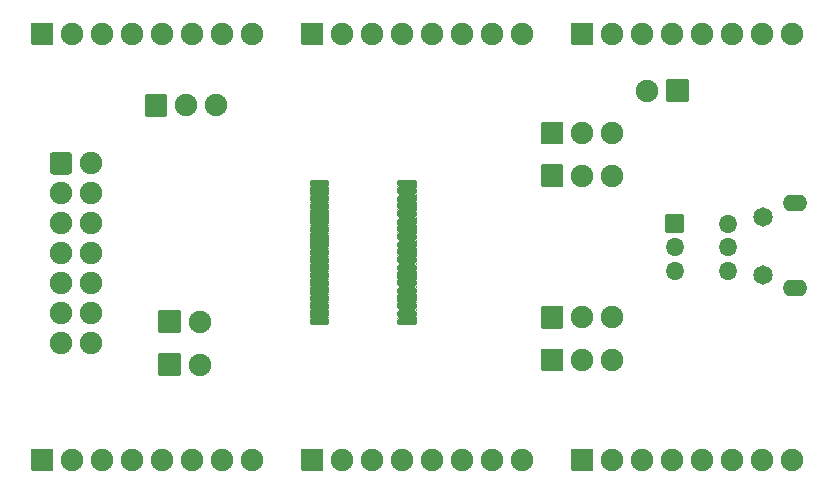
<source format=gbs>
G04 #@! TF.GenerationSoftware,KiCad,Pcbnew,(5.1.10)-1*
G04 #@! TF.CreationDate,2021-08-01T20:36:26+02:00*
G04 #@! TF.ProjectId,Msp-Board,4d73702d-426f-4617-9264-2e6b69636164,rev?*
G04 #@! TF.SameCoordinates,Original*
G04 #@! TF.FileFunction,Soldermask,Bot*
G04 #@! TF.FilePolarity,Negative*
%FSLAX46Y46*%
G04 Gerber Fmt 4.6, Leading zero omitted, Abs format (unit mm)*
G04 Created by KiCad (PCBNEW (5.1.10)-1) date 2021-08-01 20:36:26*
%MOMM*%
%LPD*%
G01*
G04 APERTURE LIST*
%ADD10O,1.550000X1.550000*%
%ADD11O,1.900000X1.900000*%
%ADD12C,1.650000*%
%ADD13O,2.100000X1.400000*%
%ADD14C,1.900000*%
%ADD15C,0.100000*%
G04 APERTURE END LIST*
D10*
X169850000Y-105050000D03*
X169850000Y-103050000D03*
X169850000Y-101050000D03*
G36*
G01*
X164575000Y-101725000D02*
X164575000Y-100375000D01*
G75*
G02*
X164675000Y-100275000I100000J0D01*
G01*
X166025000Y-100275000D01*
G75*
G02*
X166125000Y-100375000I0J-100000D01*
G01*
X166125000Y-101725000D01*
G75*
G02*
X166025000Y-101825000I-100000J0D01*
G01*
X164675000Y-101825000D01*
G75*
G02*
X164575000Y-101725000I0J100000D01*
G01*
G37*
X165350000Y-103050000D03*
X165350000Y-105050000D03*
D11*
X125140000Y-113000000D03*
G36*
G01*
X123450000Y-113950000D02*
X121750000Y-113950000D01*
G75*
G02*
X121650000Y-113850000I0J100000D01*
G01*
X121650000Y-112150000D01*
G75*
G02*
X121750000Y-112050000I100000J0D01*
G01*
X123450000Y-112050000D01*
G75*
G02*
X123550000Y-112150000I0J-100000D01*
G01*
X123550000Y-113850000D01*
G75*
G02*
X123450000Y-113950000I-100000J0D01*
G01*
G37*
X125140000Y-109350000D03*
G36*
G01*
X123450000Y-110300000D02*
X121750000Y-110300000D01*
G75*
G02*
X121650000Y-110200000I0J100000D01*
G01*
X121650000Y-108500000D01*
G75*
G02*
X121750000Y-108400000I100000J0D01*
G01*
X123450000Y-108400000D01*
G75*
G02*
X123550000Y-108500000I0J-100000D01*
G01*
X123550000Y-110200000D01*
G75*
G02*
X123450000Y-110300000I-100000J0D01*
G01*
G37*
D12*
X172847500Y-105400000D03*
X172847500Y-100500000D03*
D13*
X175547500Y-106550000D03*
X175547500Y-99350000D03*
D11*
X163060000Y-89800000D03*
G36*
G01*
X164750000Y-88850000D02*
X166450000Y-88850000D01*
G75*
G02*
X166550000Y-88950000I0J-100000D01*
G01*
X166550000Y-90650000D01*
G75*
G02*
X166450000Y-90750000I-100000J0D01*
G01*
X164750000Y-90750000D01*
G75*
G02*
X164650000Y-90650000I0J100000D01*
G01*
X164650000Y-88950000D01*
G75*
G02*
X164750000Y-88850000I100000J0D01*
G01*
G37*
X160080000Y-109000000D03*
X157540000Y-109000000D03*
G36*
G01*
X155850000Y-109950000D02*
X154150000Y-109950000D01*
G75*
G02*
X154050000Y-109850000I0J100000D01*
G01*
X154050000Y-108150000D01*
G75*
G02*
X154150000Y-108050000I100000J0D01*
G01*
X155850000Y-108050000D01*
G75*
G02*
X155950000Y-108150000I0J-100000D01*
G01*
X155950000Y-109850000D01*
G75*
G02*
X155850000Y-109950000I-100000J0D01*
G01*
G37*
X160080000Y-112600000D03*
X157540000Y-112600000D03*
G36*
G01*
X155850000Y-113550000D02*
X154150000Y-113550000D01*
G75*
G02*
X154050000Y-113450000I0J100000D01*
G01*
X154050000Y-111750000D01*
G75*
G02*
X154150000Y-111650000I100000J0D01*
G01*
X155850000Y-111650000D01*
G75*
G02*
X155950000Y-111750000I0J-100000D01*
G01*
X155950000Y-113450000D01*
G75*
G02*
X155850000Y-113550000I-100000J0D01*
G01*
G37*
X160080000Y-97000000D03*
X157540000Y-97000000D03*
G36*
G01*
X155850000Y-97950000D02*
X154150000Y-97950000D01*
G75*
G02*
X154050000Y-97850000I0J100000D01*
G01*
X154050000Y-96150000D01*
G75*
G02*
X154150000Y-96050000I100000J0D01*
G01*
X155850000Y-96050000D01*
G75*
G02*
X155950000Y-96150000I0J-100000D01*
G01*
X155950000Y-97850000D01*
G75*
G02*
X155850000Y-97950000I-100000J0D01*
G01*
G37*
X160080000Y-93400000D03*
X157540000Y-93400000D03*
G36*
G01*
X155850000Y-94350000D02*
X154150000Y-94350000D01*
G75*
G02*
X154050000Y-94250000I0J100000D01*
G01*
X154050000Y-92550000D01*
G75*
G02*
X154150000Y-92450000I100000J0D01*
G01*
X155850000Y-92450000D01*
G75*
G02*
X155950000Y-92550000I0J-100000D01*
G01*
X155950000Y-94250000D01*
G75*
G02*
X155850000Y-94350000I-100000J0D01*
G01*
G37*
X129590000Y-121053000D03*
X127050000Y-121053000D03*
X124510000Y-121053000D03*
X121970000Y-121053000D03*
X119430000Y-121053000D03*
X116890000Y-121053000D03*
X114350000Y-121053000D03*
G36*
G01*
X112660000Y-122003000D02*
X110960000Y-122003000D01*
G75*
G02*
X110860000Y-121903000I0J100000D01*
G01*
X110860000Y-120203000D01*
G75*
G02*
X110960000Y-120103000I100000J0D01*
G01*
X112660000Y-120103000D01*
G75*
G02*
X112760000Y-120203000I0J-100000D01*
G01*
X112760000Y-121903000D01*
G75*
G02*
X112660000Y-122003000I-100000J0D01*
G01*
G37*
X129590000Y-84985000D03*
X127050000Y-84985000D03*
X124510000Y-84985000D03*
X121970000Y-84985000D03*
X119430000Y-84985000D03*
X116890000Y-84985000D03*
X114350000Y-84985000D03*
G36*
G01*
X112660000Y-85935000D02*
X110960000Y-85935000D01*
G75*
G02*
X110860000Y-85835000I0J100000D01*
G01*
X110860000Y-84135000D01*
G75*
G02*
X110960000Y-84035000I100000J0D01*
G01*
X112660000Y-84035000D01*
G75*
G02*
X112760000Y-84135000I0J-100000D01*
G01*
X112760000Y-85835000D01*
G75*
G02*
X112660000Y-85935000I-100000J0D01*
G01*
G37*
X175310000Y-84985000D03*
X172770000Y-84985000D03*
X170230000Y-84985000D03*
X167690000Y-84985000D03*
X165150000Y-84985000D03*
X162610000Y-84985000D03*
X160070000Y-84985000D03*
G36*
G01*
X158380000Y-85935000D02*
X156680000Y-85935000D01*
G75*
G02*
X156580000Y-85835000I0J100000D01*
G01*
X156580000Y-84135000D01*
G75*
G02*
X156680000Y-84035000I100000J0D01*
G01*
X158380000Y-84035000D01*
G75*
G02*
X158480000Y-84135000I0J-100000D01*
G01*
X158480000Y-85835000D01*
G75*
G02*
X158380000Y-85935000I-100000J0D01*
G01*
G37*
X152450000Y-84985000D03*
X149910000Y-84985000D03*
X147370000Y-84985000D03*
X144830000Y-84985000D03*
X142290000Y-84985000D03*
X139750000Y-84985000D03*
X137210000Y-84985000D03*
G36*
G01*
X135520000Y-85935000D02*
X133820000Y-85935000D01*
G75*
G02*
X133720000Y-85835000I0J100000D01*
G01*
X133720000Y-84135000D01*
G75*
G02*
X133820000Y-84035000I100000J0D01*
G01*
X135520000Y-84035000D01*
G75*
G02*
X135620000Y-84135000I0J-100000D01*
G01*
X135620000Y-85835000D01*
G75*
G02*
X135520000Y-85935000I-100000J0D01*
G01*
G37*
X175310000Y-121053000D03*
X172770000Y-121053000D03*
X170230000Y-121053000D03*
X167690000Y-121053000D03*
X165150000Y-121053000D03*
X162610000Y-121053000D03*
X160070000Y-121053000D03*
G36*
G01*
X158380000Y-122003000D02*
X156680000Y-122003000D01*
G75*
G02*
X156580000Y-121903000I0J100000D01*
G01*
X156580000Y-120203000D01*
G75*
G02*
X156680000Y-120103000I100000J0D01*
G01*
X158380000Y-120103000D01*
G75*
G02*
X158480000Y-120203000I0J-100000D01*
G01*
X158480000Y-121903000D01*
G75*
G02*
X158380000Y-122003000I-100000J0D01*
G01*
G37*
X152450000Y-121053000D03*
X149910000Y-121053000D03*
X147370000Y-121053000D03*
X144830000Y-121053000D03*
X142290000Y-121053000D03*
X139750000Y-121053000D03*
X137210000Y-121053000D03*
G36*
G01*
X135520000Y-122003000D02*
X133820000Y-122003000D01*
G75*
G02*
X133720000Y-121903000I0J100000D01*
G01*
X133720000Y-120203000D01*
G75*
G02*
X133820000Y-120103000I100000J0D01*
G01*
X135520000Y-120103000D01*
G75*
G02*
X135620000Y-120203000I0J-100000D01*
G01*
X135620000Y-121903000D01*
G75*
G02*
X135520000Y-122003000I-100000J0D01*
G01*
G37*
G36*
G01*
X141875000Y-109500000D02*
X141875000Y-109200000D01*
G75*
G02*
X142025000Y-109050000I150000J0D01*
G01*
X143400000Y-109050000D01*
G75*
G02*
X143550000Y-109200000I0J-150000D01*
G01*
X143550000Y-109500000D01*
G75*
G02*
X143400000Y-109650000I-150000J0D01*
G01*
X142025000Y-109650000D01*
G75*
G02*
X141875000Y-109500000I0J150000D01*
G01*
G37*
G36*
G01*
X141875000Y-108850000D02*
X141875000Y-108550000D01*
G75*
G02*
X142025000Y-108400000I150000J0D01*
G01*
X143400000Y-108400000D01*
G75*
G02*
X143550000Y-108550000I0J-150000D01*
G01*
X143550000Y-108850000D01*
G75*
G02*
X143400000Y-109000000I-150000J0D01*
G01*
X142025000Y-109000000D01*
G75*
G02*
X141875000Y-108850000I0J150000D01*
G01*
G37*
G36*
G01*
X141875000Y-108200000D02*
X141875000Y-107900000D01*
G75*
G02*
X142025000Y-107750000I150000J0D01*
G01*
X143400000Y-107750000D01*
G75*
G02*
X143550000Y-107900000I0J-150000D01*
G01*
X143550000Y-108200000D01*
G75*
G02*
X143400000Y-108350000I-150000J0D01*
G01*
X142025000Y-108350000D01*
G75*
G02*
X141875000Y-108200000I0J150000D01*
G01*
G37*
G36*
G01*
X141875000Y-107550000D02*
X141875000Y-107250000D01*
G75*
G02*
X142025000Y-107100000I150000J0D01*
G01*
X143400000Y-107100000D01*
G75*
G02*
X143550000Y-107250000I0J-150000D01*
G01*
X143550000Y-107550000D01*
G75*
G02*
X143400000Y-107700000I-150000J0D01*
G01*
X142025000Y-107700000D01*
G75*
G02*
X141875000Y-107550000I0J150000D01*
G01*
G37*
G36*
G01*
X141875000Y-106900000D02*
X141875000Y-106600000D01*
G75*
G02*
X142025000Y-106450000I150000J0D01*
G01*
X143400000Y-106450000D01*
G75*
G02*
X143550000Y-106600000I0J-150000D01*
G01*
X143550000Y-106900000D01*
G75*
G02*
X143400000Y-107050000I-150000J0D01*
G01*
X142025000Y-107050000D01*
G75*
G02*
X141875000Y-106900000I0J150000D01*
G01*
G37*
G36*
G01*
X141875000Y-106250000D02*
X141875000Y-105950000D01*
G75*
G02*
X142025000Y-105800000I150000J0D01*
G01*
X143400000Y-105800000D01*
G75*
G02*
X143550000Y-105950000I0J-150000D01*
G01*
X143550000Y-106250000D01*
G75*
G02*
X143400000Y-106400000I-150000J0D01*
G01*
X142025000Y-106400000D01*
G75*
G02*
X141875000Y-106250000I0J150000D01*
G01*
G37*
G36*
G01*
X141875000Y-105600000D02*
X141875000Y-105300000D01*
G75*
G02*
X142025000Y-105150000I150000J0D01*
G01*
X143400000Y-105150000D01*
G75*
G02*
X143550000Y-105300000I0J-150000D01*
G01*
X143550000Y-105600000D01*
G75*
G02*
X143400000Y-105750000I-150000J0D01*
G01*
X142025000Y-105750000D01*
G75*
G02*
X141875000Y-105600000I0J150000D01*
G01*
G37*
G36*
G01*
X141875000Y-104950000D02*
X141875000Y-104650000D01*
G75*
G02*
X142025000Y-104500000I150000J0D01*
G01*
X143400000Y-104500000D01*
G75*
G02*
X143550000Y-104650000I0J-150000D01*
G01*
X143550000Y-104950000D01*
G75*
G02*
X143400000Y-105100000I-150000J0D01*
G01*
X142025000Y-105100000D01*
G75*
G02*
X141875000Y-104950000I0J150000D01*
G01*
G37*
G36*
G01*
X141875000Y-104300000D02*
X141875000Y-104000000D01*
G75*
G02*
X142025000Y-103850000I150000J0D01*
G01*
X143400000Y-103850000D01*
G75*
G02*
X143550000Y-104000000I0J-150000D01*
G01*
X143550000Y-104300000D01*
G75*
G02*
X143400000Y-104450000I-150000J0D01*
G01*
X142025000Y-104450000D01*
G75*
G02*
X141875000Y-104300000I0J150000D01*
G01*
G37*
G36*
G01*
X141875000Y-103650000D02*
X141875000Y-103350000D01*
G75*
G02*
X142025000Y-103200000I150000J0D01*
G01*
X143400000Y-103200000D01*
G75*
G02*
X143550000Y-103350000I0J-150000D01*
G01*
X143550000Y-103650000D01*
G75*
G02*
X143400000Y-103800000I-150000J0D01*
G01*
X142025000Y-103800000D01*
G75*
G02*
X141875000Y-103650000I0J150000D01*
G01*
G37*
G36*
G01*
X141875000Y-103000000D02*
X141875000Y-102700000D01*
G75*
G02*
X142025000Y-102550000I150000J0D01*
G01*
X143400000Y-102550000D01*
G75*
G02*
X143550000Y-102700000I0J-150000D01*
G01*
X143550000Y-103000000D01*
G75*
G02*
X143400000Y-103150000I-150000J0D01*
G01*
X142025000Y-103150000D01*
G75*
G02*
X141875000Y-103000000I0J150000D01*
G01*
G37*
G36*
G01*
X141875000Y-102350000D02*
X141875000Y-102050000D01*
G75*
G02*
X142025000Y-101900000I150000J0D01*
G01*
X143400000Y-101900000D01*
G75*
G02*
X143550000Y-102050000I0J-150000D01*
G01*
X143550000Y-102350000D01*
G75*
G02*
X143400000Y-102500000I-150000J0D01*
G01*
X142025000Y-102500000D01*
G75*
G02*
X141875000Y-102350000I0J150000D01*
G01*
G37*
G36*
G01*
X141875000Y-101700000D02*
X141875000Y-101400000D01*
G75*
G02*
X142025000Y-101250000I150000J0D01*
G01*
X143400000Y-101250000D01*
G75*
G02*
X143550000Y-101400000I0J-150000D01*
G01*
X143550000Y-101700000D01*
G75*
G02*
X143400000Y-101850000I-150000J0D01*
G01*
X142025000Y-101850000D01*
G75*
G02*
X141875000Y-101700000I0J150000D01*
G01*
G37*
G36*
G01*
X141875000Y-101050000D02*
X141875000Y-100750000D01*
G75*
G02*
X142025000Y-100600000I150000J0D01*
G01*
X143400000Y-100600000D01*
G75*
G02*
X143550000Y-100750000I0J-150000D01*
G01*
X143550000Y-101050000D01*
G75*
G02*
X143400000Y-101200000I-150000J0D01*
G01*
X142025000Y-101200000D01*
G75*
G02*
X141875000Y-101050000I0J150000D01*
G01*
G37*
G36*
G01*
X141875000Y-100400000D02*
X141875000Y-100100000D01*
G75*
G02*
X142025000Y-99950000I150000J0D01*
G01*
X143400000Y-99950000D01*
G75*
G02*
X143550000Y-100100000I0J-150000D01*
G01*
X143550000Y-100400000D01*
G75*
G02*
X143400000Y-100550000I-150000J0D01*
G01*
X142025000Y-100550000D01*
G75*
G02*
X141875000Y-100400000I0J150000D01*
G01*
G37*
G36*
G01*
X141875000Y-99750000D02*
X141875000Y-99450000D01*
G75*
G02*
X142025000Y-99300000I150000J0D01*
G01*
X143400000Y-99300000D01*
G75*
G02*
X143550000Y-99450000I0J-150000D01*
G01*
X143550000Y-99750000D01*
G75*
G02*
X143400000Y-99900000I-150000J0D01*
G01*
X142025000Y-99900000D01*
G75*
G02*
X141875000Y-99750000I0J150000D01*
G01*
G37*
G36*
G01*
X141875000Y-99100000D02*
X141875000Y-98800000D01*
G75*
G02*
X142025000Y-98650000I150000J0D01*
G01*
X143400000Y-98650000D01*
G75*
G02*
X143550000Y-98800000I0J-150000D01*
G01*
X143550000Y-99100000D01*
G75*
G02*
X143400000Y-99250000I-150000J0D01*
G01*
X142025000Y-99250000D01*
G75*
G02*
X141875000Y-99100000I0J150000D01*
G01*
G37*
G36*
G01*
X141875000Y-98450000D02*
X141875000Y-98150000D01*
G75*
G02*
X142025000Y-98000000I150000J0D01*
G01*
X143400000Y-98000000D01*
G75*
G02*
X143550000Y-98150000I0J-150000D01*
G01*
X143550000Y-98450000D01*
G75*
G02*
X143400000Y-98600000I-150000J0D01*
G01*
X142025000Y-98600000D01*
G75*
G02*
X141875000Y-98450000I0J150000D01*
G01*
G37*
G36*
G01*
X141875000Y-97800000D02*
X141875000Y-97500000D01*
G75*
G02*
X142025000Y-97350000I150000J0D01*
G01*
X143400000Y-97350000D01*
G75*
G02*
X143550000Y-97500000I0J-150000D01*
G01*
X143550000Y-97800000D01*
G75*
G02*
X143400000Y-97950000I-150000J0D01*
G01*
X142025000Y-97950000D01*
G75*
G02*
X141875000Y-97800000I0J150000D01*
G01*
G37*
G36*
G01*
X134450000Y-97800000D02*
X134450000Y-97500000D01*
G75*
G02*
X134600000Y-97350000I150000J0D01*
G01*
X135975000Y-97350000D01*
G75*
G02*
X136125000Y-97500000I0J-150000D01*
G01*
X136125000Y-97800000D01*
G75*
G02*
X135975000Y-97950000I-150000J0D01*
G01*
X134600000Y-97950000D01*
G75*
G02*
X134450000Y-97800000I0J150000D01*
G01*
G37*
G36*
G01*
X134450000Y-98450000D02*
X134450000Y-98150000D01*
G75*
G02*
X134600000Y-98000000I150000J0D01*
G01*
X135975000Y-98000000D01*
G75*
G02*
X136125000Y-98150000I0J-150000D01*
G01*
X136125000Y-98450000D01*
G75*
G02*
X135975000Y-98600000I-150000J0D01*
G01*
X134600000Y-98600000D01*
G75*
G02*
X134450000Y-98450000I0J150000D01*
G01*
G37*
G36*
G01*
X134450000Y-99100000D02*
X134450000Y-98800000D01*
G75*
G02*
X134600000Y-98650000I150000J0D01*
G01*
X135975000Y-98650000D01*
G75*
G02*
X136125000Y-98800000I0J-150000D01*
G01*
X136125000Y-99100000D01*
G75*
G02*
X135975000Y-99250000I-150000J0D01*
G01*
X134600000Y-99250000D01*
G75*
G02*
X134450000Y-99100000I0J150000D01*
G01*
G37*
G36*
G01*
X134450000Y-99750000D02*
X134450000Y-99450000D01*
G75*
G02*
X134600000Y-99300000I150000J0D01*
G01*
X135975000Y-99300000D01*
G75*
G02*
X136125000Y-99450000I0J-150000D01*
G01*
X136125000Y-99750000D01*
G75*
G02*
X135975000Y-99900000I-150000J0D01*
G01*
X134600000Y-99900000D01*
G75*
G02*
X134450000Y-99750000I0J150000D01*
G01*
G37*
G36*
G01*
X134450000Y-100400000D02*
X134450000Y-100100000D01*
G75*
G02*
X134600000Y-99950000I150000J0D01*
G01*
X135975000Y-99950000D01*
G75*
G02*
X136125000Y-100100000I0J-150000D01*
G01*
X136125000Y-100400000D01*
G75*
G02*
X135975000Y-100550000I-150000J0D01*
G01*
X134600000Y-100550000D01*
G75*
G02*
X134450000Y-100400000I0J150000D01*
G01*
G37*
G36*
G01*
X134450000Y-101050000D02*
X134450000Y-100750000D01*
G75*
G02*
X134600000Y-100600000I150000J0D01*
G01*
X135975000Y-100600000D01*
G75*
G02*
X136125000Y-100750000I0J-150000D01*
G01*
X136125000Y-101050000D01*
G75*
G02*
X135975000Y-101200000I-150000J0D01*
G01*
X134600000Y-101200000D01*
G75*
G02*
X134450000Y-101050000I0J150000D01*
G01*
G37*
G36*
G01*
X134450000Y-101700000D02*
X134450000Y-101400000D01*
G75*
G02*
X134600000Y-101250000I150000J0D01*
G01*
X135975000Y-101250000D01*
G75*
G02*
X136125000Y-101400000I0J-150000D01*
G01*
X136125000Y-101700000D01*
G75*
G02*
X135975000Y-101850000I-150000J0D01*
G01*
X134600000Y-101850000D01*
G75*
G02*
X134450000Y-101700000I0J150000D01*
G01*
G37*
G36*
G01*
X134450000Y-102350000D02*
X134450000Y-102050000D01*
G75*
G02*
X134600000Y-101900000I150000J0D01*
G01*
X135975000Y-101900000D01*
G75*
G02*
X136125000Y-102050000I0J-150000D01*
G01*
X136125000Y-102350000D01*
G75*
G02*
X135975000Y-102500000I-150000J0D01*
G01*
X134600000Y-102500000D01*
G75*
G02*
X134450000Y-102350000I0J150000D01*
G01*
G37*
G36*
G01*
X134450000Y-103000000D02*
X134450000Y-102700000D01*
G75*
G02*
X134600000Y-102550000I150000J0D01*
G01*
X135975000Y-102550000D01*
G75*
G02*
X136125000Y-102700000I0J-150000D01*
G01*
X136125000Y-103000000D01*
G75*
G02*
X135975000Y-103150000I-150000J0D01*
G01*
X134600000Y-103150000D01*
G75*
G02*
X134450000Y-103000000I0J150000D01*
G01*
G37*
G36*
G01*
X134450000Y-103650000D02*
X134450000Y-103350000D01*
G75*
G02*
X134600000Y-103200000I150000J0D01*
G01*
X135975000Y-103200000D01*
G75*
G02*
X136125000Y-103350000I0J-150000D01*
G01*
X136125000Y-103650000D01*
G75*
G02*
X135975000Y-103800000I-150000J0D01*
G01*
X134600000Y-103800000D01*
G75*
G02*
X134450000Y-103650000I0J150000D01*
G01*
G37*
G36*
G01*
X134450000Y-104300000D02*
X134450000Y-104000000D01*
G75*
G02*
X134600000Y-103850000I150000J0D01*
G01*
X135975000Y-103850000D01*
G75*
G02*
X136125000Y-104000000I0J-150000D01*
G01*
X136125000Y-104300000D01*
G75*
G02*
X135975000Y-104450000I-150000J0D01*
G01*
X134600000Y-104450000D01*
G75*
G02*
X134450000Y-104300000I0J150000D01*
G01*
G37*
G36*
G01*
X134450000Y-104950000D02*
X134450000Y-104650000D01*
G75*
G02*
X134600000Y-104500000I150000J0D01*
G01*
X135975000Y-104500000D01*
G75*
G02*
X136125000Y-104650000I0J-150000D01*
G01*
X136125000Y-104950000D01*
G75*
G02*
X135975000Y-105100000I-150000J0D01*
G01*
X134600000Y-105100000D01*
G75*
G02*
X134450000Y-104950000I0J150000D01*
G01*
G37*
G36*
G01*
X134450000Y-105600000D02*
X134450000Y-105300000D01*
G75*
G02*
X134600000Y-105150000I150000J0D01*
G01*
X135975000Y-105150000D01*
G75*
G02*
X136125000Y-105300000I0J-150000D01*
G01*
X136125000Y-105600000D01*
G75*
G02*
X135975000Y-105750000I-150000J0D01*
G01*
X134600000Y-105750000D01*
G75*
G02*
X134450000Y-105600000I0J150000D01*
G01*
G37*
G36*
G01*
X134450000Y-106250000D02*
X134450000Y-105950000D01*
G75*
G02*
X134600000Y-105800000I150000J0D01*
G01*
X135975000Y-105800000D01*
G75*
G02*
X136125000Y-105950000I0J-150000D01*
G01*
X136125000Y-106250000D01*
G75*
G02*
X135975000Y-106400000I-150000J0D01*
G01*
X134600000Y-106400000D01*
G75*
G02*
X134450000Y-106250000I0J150000D01*
G01*
G37*
G36*
G01*
X134450000Y-106900000D02*
X134450000Y-106600000D01*
G75*
G02*
X134600000Y-106450000I150000J0D01*
G01*
X135975000Y-106450000D01*
G75*
G02*
X136125000Y-106600000I0J-150000D01*
G01*
X136125000Y-106900000D01*
G75*
G02*
X135975000Y-107050000I-150000J0D01*
G01*
X134600000Y-107050000D01*
G75*
G02*
X134450000Y-106900000I0J150000D01*
G01*
G37*
G36*
G01*
X134450000Y-107550000D02*
X134450000Y-107250000D01*
G75*
G02*
X134600000Y-107100000I150000J0D01*
G01*
X135975000Y-107100000D01*
G75*
G02*
X136125000Y-107250000I0J-150000D01*
G01*
X136125000Y-107550000D01*
G75*
G02*
X135975000Y-107700000I-150000J0D01*
G01*
X134600000Y-107700000D01*
G75*
G02*
X134450000Y-107550000I0J150000D01*
G01*
G37*
G36*
G01*
X134450000Y-108200000D02*
X134450000Y-107900000D01*
G75*
G02*
X134600000Y-107750000I150000J0D01*
G01*
X135975000Y-107750000D01*
G75*
G02*
X136125000Y-107900000I0J-150000D01*
G01*
X136125000Y-108200000D01*
G75*
G02*
X135975000Y-108350000I-150000J0D01*
G01*
X134600000Y-108350000D01*
G75*
G02*
X134450000Y-108200000I0J150000D01*
G01*
G37*
G36*
G01*
X134450000Y-108850000D02*
X134450000Y-108550000D01*
G75*
G02*
X134600000Y-108400000I150000J0D01*
G01*
X135975000Y-108400000D01*
G75*
G02*
X136125000Y-108550000I0J-150000D01*
G01*
X136125000Y-108850000D01*
G75*
G02*
X135975000Y-109000000I-150000J0D01*
G01*
X134600000Y-109000000D01*
G75*
G02*
X134450000Y-108850000I0J150000D01*
G01*
G37*
G36*
G01*
X134450000Y-109500000D02*
X134450000Y-109200000D01*
G75*
G02*
X134600000Y-109050000I150000J0D01*
G01*
X135975000Y-109050000D01*
G75*
G02*
X136125000Y-109200000I0J-150000D01*
G01*
X136125000Y-109500000D01*
G75*
G02*
X135975000Y-109650000I-150000J0D01*
G01*
X134600000Y-109650000D01*
G75*
G02*
X134450000Y-109500000I0J150000D01*
G01*
G37*
X126530000Y-91050000D03*
X123990000Y-91050000D03*
G36*
G01*
X122300000Y-92000000D02*
X120600000Y-92000000D01*
G75*
G02*
X120500000Y-91900000I0J100000D01*
G01*
X120500000Y-90200000D01*
G75*
G02*
X120600000Y-90100000I100000J0D01*
G01*
X122300000Y-90100000D01*
G75*
G02*
X122400000Y-90200000I0J-100000D01*
G01*
X122400000Y-91900000D01*
G75*
G02*
X122300000Y-92000000I-100000J0D01*
G01*
G37*
D14*
X115940000Y-111190000D03*
X115940000Y-108650000D03*
X115940000Y-106110000D03*
X115940000Y-103570000D03*
X115940000Y-101030000D03*
X115940000Y-98490000D03*
X115940000Y-95950000D03*
X113400000Y-111190000D03*
X113400000Y-108650000D03*
X113400000Y-106110000D03*
X113400000Y-103570000D03*
X113400000Y-101030000D03*
X113400000Y-98490000D03*
G36*
G01*
X112450000Y-96620589D02*
X112450000Y-95279411D01*
G75*
G02*
X112729411Y-95000000I279411J0D01*
G01*
X114070589Y-95000000D01*
G75*
G02*
X114350000Y-95279411I0J-279411D01*
G01*
X114350000Y-96620589D01*
G75*
G02*
X114070589Y-96900000I-279411J0D01*
G01*
X112729411Y-96900000D01*
G75*
G02*
X112450000Y-96620589I0J279411D01*
G01*
G37*
D15*
G36*
X143551165Y-108848374D02*
G01*
X143552000Y-108850000D01*
X143552000Y-108895092D01*
X143551990Y-108895288D01*
X143549595Y-108919609D01*
X143549519Y-108919994D01*
X143543856Y-108938662D01*
X143543706Y-108939024D01*
X143534507Y-108956234D01*
X143534289Y-108956560D01*
X143529203Y-108962758D01*
X143518477Y-108978811D01*
X143511127Y-108996557D01*
X143507379Y-109015401D01*
X143507380Y-109034606D01*
X143511129Y-109053449D01*
X143518480Y-109071195D01*
X143529202Y-109087242D01*
X143534289Y-109093440D01*
X143534507Y-109093766D01*
X143543706Y-109110976D01*
X143543856Y-109111338D01*
X143549519Y-109130006D01*
X143549595Y-109130391D01*
X143551990Y-109154712D01*
X143552000Y-109154908D01*
X143552000Y-109200000D01*
X143551000Y-109201732D01*
X143549000Y-109201732D01*
X143548010Y-109200196D01*
X143545148Y-109171131D01*
X143536725Y-109143366D01*
X143523049Y-109117780D01*
X143504645Y-109095355D01*
X143482220Y-109076951D01*
X143456634Y-109063275D01*
X143428869Y-109054852D01*
X143399906Y-109052000D01*
X142025094Y-109052000D01*
X141996131Y-109054852D01*
X141968366Y-109063275D01*
X141942780Y-109076951D01*
X141920355Y-109095355D01*
X141901951Y-109117780D01*
X141888275Y-109143366D01*
X141879852Y-109171131D01*
X141876990Y-109200196D01*
X141875825Y-109201822D01*
X141873835Y-109201626D01*
X141873000Y-109200000D01*
X141873000Y-109154908D01*
X141873010Y-109154712D01*
X141875405Y-109130391D01*
X141875481Y-109130006D01*
X141881144Y-109111338D01*
X141881294Y-109110976D01*
X141890493Y-109093766D01*
X141890711Y-109093440D01*
X141895797Y-109087242D01*
X141906523Y-109071189D01*
X141913873Y-109053443D01*
X141917621Y-109034599D01*
X141917620Y-109015394D01*
X141913871Y-108996551D01*
X141906520Y-108978805D01*
X141895798Y-108962758D01*
X141890711Y-108956560D01*
X141890493Y-108956234D01*
X141881294Y-108939024D01*
X141881144Y-108938662D01*
X141875481Y-108919994D01*
X141875405Y-108919609D01*
X141873010Y-108895288D01*
X141873000Y-108895092D01*
X141873000Y-108850000D01*
X141874000Y-108848268D01*
X141876000Y-108848268D01*
X141876990Y-108849804D01*
X141879852Y-108878869D01*
X141888275Y-108906634D01*
X141901951Y-108932220D01*
X141920355Y-108954645D01*
X141942780Y-108973049D01*
X141968366Y-108986725D01*
X141996131Y-108995148D01*
X142025094Y-108998000D01*
X143399906Y-108998000D01*
X143428869Y-108995148D01*
X143456634Y-108986725D01*
X143482220Y-108973049D01*
X143504645Y-108954645D01*
X143523049Y-108932220D01*
X143536725Y-108906634D01*
X143545148Y-108878869D01*
X143548010Y-108849804D01*
X143549175Y-108848178D01*
X143551165Y-108848374D01*
G37*
G36*
X136126165Y-108848374D02*
G01*
X136127000Y-108850000D01*
X136127000Y-108895092D01*
X136126990Y-108895288D01*
X136124595Y-108919609D01*
X136124519Y-108919994D01*
X136118856Y-108938662D01*
X136118706Y-108939024D01*
X136109507Y-108956234D01*
X136109289Y-108956560D01*
X136104203Y-108962758D01*
X136093477Y-108978811D01*
X136086127Y-108996557D01*
X136082379Y-109015401D01*
X136082380Y-109034606D01*
X136086129Y-109053449D01*
X136093480Y-109071195D01*
X136104202Y-109087242D01*
X136109289Y-109093440D01*
X136109507Y-109093766D01*
X136118706Y-109110976D01*
X136118856Y-109111338D01*
X136124519Y-109130006D01*
X136124595Y-109130391D01*
X136126990Y-109154712D01*
X136127000Y-109154908D01*
X136127000Y-109200000D01*
X136126000Y-109201732D01*
X136124000Y-109201732D01*
X136123010Y-109200196D01*
X136120148Y-109171131D01*
X136111725Y-109143366D01*
X136098049Y-109117780D01*
X136079645Y-109095355D01*
X136057220Y-109076951D01*
X136031634Y-109063275D01*
X136003869Y-109054852D01*
X135974906Y-109052000D01*
X134600094Y-109052000D01*
X134571131Y-109054852D01*
X134543366Y-109063275D01*
X134517780Y-109076951D01*
X134495355Y-109095355D01*
X134476951Y-109117780D01*
X134463275Y-109143366D01*
X134454852Y-109171131D01*
X134451990Y-109200196D01*
X134450825Y-109201822D01*
X134448835Y-109201626D01*
X134448000Y-109200000D01*
X134448000Y-109154908D01*
X134448010Y-109154712D01*
X134450405Y-109130391D01*
X134450481Y-109130006D01*
X134456144Y-109111338D01*
X134456294Y-109110976D01*
X134465493Y-109093766D01*
X134465711Y-109093440D01*
X134470797Y-109087242D01*
X134481523Y-109071189D01*
X134488873Y-109053443D01*
X134492621Y-109034599D01*
X134492620Y-109015394D01*
X134488871Y-108996551D01*
X134481520Y-108978805D01*
X134470798Y-108962758D01*
X134465711Y-108956560D01*
X134465493Y-108956234D01*
X134456294Y-108939024D01*
X134456144Y-108938662D01*
X134450481Y-108919994D01*
X134450405Y-108919609D01*
X134448010Y-108895288D01*
X134448000Y-108895092D01*
X134448000Y-108850000D01*
X134449000Y-108848268D01*
X134451000Y-108848268D01*
X134451990Y-108849804D01*
X134454852Y-108878869D01*
X134463275Y-108906634D01*
X134476951Y-108932220D01*
X134495355Y-108954645D01*
X134517780Y-108973049D01*
X134543366Y-108986725D01*
X134571131Y-108995148D01*
X134600094Y-108998000D01*
X135974906Y-108998000D01*
X136003869Y-108995148D01*
X136031634Y-108986725D01*
X136057220Y-108973049D01*
X136079645Y-108954645D01*
X136098049Y-108932220D01*
X136111725Y-108906634D01*
X136120148Y-108878869D01*
X136123010Y-108849804D01*
X136124175Y-108848178D01*
X136126165Y-108848374D01*
G37*
G36*
X143551165Y-108198374D02*
G01*
X143552000Y-108200000D01*
X143552000Y-108245092D01*
X143551990Y-108245288D01*
X143549595Y-108269609D01*
X143549519Y-108269994D01*
X143543856Y-108288662D01*
X143543706Y-108289024D01*
X143534507Y-108306234D01*
X143534289Y-108306560D01*
X143529203Y-108312758D01*
X143518477Y-108328811D01*
X143511127Y-108346557D01*
X143507379Y-108365401D01*
X143507380Y-108384606D01*
X143511129Y-108403449D01*
X143518480Y-108421195D01*
X143529202Y-108437242D01*
X143534289Y-108443440D01*
X143534507Y-108443766D01*
X143543706Y-108460976D01*
X143543856Y-108461338D01*
X143549519Y-108480006D01*
X143549595Y-108480391D01*
X143551990Y-108504712D01*
X143552000Y-108504908D01*
X143552000Y-108550000D01*
X143551000Y-108551732D01*
X143549000Y-108551732D01*
X143548010Y-108550196D01*
X143545148Y-108521131D01*
X143536725Y-108493366D01*
X143523049Y-108467780D01*
X143504645Y-108445355D01*
X143482220Y-108426951D01*
X143456634Y-108413275D01*
X143428869Y-108404852D01*
X143399906Y-108402000D01*
X142025094Y-108402000D01*
X141996131Y-108404852D01*
X141968366Y-108413275D01*
X141942780Y-108426951D01*
X141920355Y-108445355D01*
X141901951Y-108467780D01*
X141888275Y-108493366D01*
X141879852Y-108521131D01*
X141876990Y-108550196D01*
X141875825Y-108551822D01*
X141873835Y-108551626D01*
X141873000Y-108550000D01*
X141873000Y-108504908D01*
X141873010Y-108504712D01*
X141875405Y-108480391D01*
X141875481Y-108480006D01*
X141881144Y-108461338D01*
X141881294Y-108460976D01*
X141890493Y-108443766D01*
X141890711Y-108443440D01*
X141895797Y-108437242D01*
X141906523Y-108421189D01*
X141913873Y-108403443D01*
X141917621Y-108384599D01*
X141917620Y-108365394D01*
X141913871Y-108346551D01*
X141906520Y-108328805D01*
X141895798Y-108312758D01*
X141890711Y-108306560D01*
X141890493Y-108306234D01*
X141881294Y-108289024D01*
X141881144Y-108288662D01*
X141875481Y-108269994D01*
X141875405Y-108269609D01*
X141873010Y-108245288D01*
X141873000Y-108245092D01*
X141873000Y-108200000D01*
X141874000Y-108198268D01*
X141876000Y-108198268D01*
X141876990Y-108199804D01*
X141879852Y-108228869D01*
X141888275Y-108256634D01*
X141901951Y-108282220D01*
X141920355Y-108304645D01*
X141942780Y-108323049D01*
X141968366Y-108336725D01*
X141996131Y-108345148D01*
X142025094Y-108348000D01*
X143399906Y-108348000D01*
X143428869Y-108345148D01*
X143456634Y-108336725D01*
X143482220Y-108323049D01*
X143504645Y-108304645D01*
X143523049Y-108282220D01*
X143536725Y-108256634D01*
X143545148Y-108228869D01*
X143548010Y-108199804D01*
X143549175Y-108198178D01*
X143551165Y-108198374D01*
G37*
G36*
X136126165Y-108198374D02*
G01*
X136127000Y-108200000D01*
X136127000Y-108245092D01*
X136126990Y-108245288D01*
X136124595Y-108269609D01*
X136124519Y-108269994D01*
X136118856Y-108288662D01*
X136118706Y-108289024D01*
X136109507Y-108306234D01*
X136109289Y-108306560D01*
X136104203Y-108312758D01*
X136093477Y-108328811D01*
X136086127Y-108346557D01*
X136082379Y-108365401D01*
X136082380Y-108384606D01*
X136086129Y-108403449D01*
X136093480Y-108421195D01*
X136104202Y-108437242D01*
X136109289Y-108443440D01*
X136109507Y-108443766D01*
X136118706Y-108460976D01*
X136118856Y-108461338D01*
X136124519Y-108480006D01*
X136124595Y-108480391D01*
X136126990Y-108504712D01*
X136127000Y-108504908D01*
X136127000Y-108550000D01*
X136126000Y-108551732D01*
X136124000Y-108551732D01*
X136123010Y-108550196D01*
X136120148Y-108521131D01*
X136111725Y-108493366D01*
X136098049Y-108467780D01*
X136079645Y-108445355D01*
X136057220Y-108426951D01*
X136031634Y-108413275D01*
X136003869Y-108404852D01*
X135974906Y-108402000D01*
X134600094Y-108402000D01*
X134571131Y-108404852D01*
X134543366Y-108413275D01*
X134517780Y-108426951D01*
X134495355Y-108445355D01*
X134476951Y-108467780D01*
X134463275Y-108493366D01*
X134454852Y-108521131D01*
X134451990Y-108550196D01*
X134450825Y-108551822D01*
X134448835Y-108551626D01*
X134448000Y-108550000D01*
X134448000Y-108504908D01*
X134448010Y-108504712D01*
X134450405Y-108480391D01*
X134450481Y-108480006D01*
X134456144Y-108461338D01*
X134456294Y-108460976D01*
X134465493Y-108443766D01*
X134465711Y-108443440D01*
X134470797Y-108437242D01*
X134481523Y-108421189D01*
X134488873Y-108403443D01*
X134492621Y-108384599D01*
X134492620Y-108365394D01*
X134488871Y-108346551D01*
X134481520Y-108328805D01*
X134470798Y-108312758D01*
X134465711Y-108306560D01*
X134465493Y-108306234D01*
X134456294Y-108289024D01*
X134456144Y-108288662D01*
X134450481Y-108269994D01*
X134450405Y-108269609D01*
X134448010Y-108245288D01*
X134448000Y-108245092D01*
X134448000Y-108200000D01*
X134449000Y-108198268D01*
X134451000Y-108198268D01*
X134451990Y-108199804D01*
X134454852Y-108228869D01*
X134463275Y-108256634D01*
X134476951Y-108282220D01*
X134495355Y-108304645D01*
X134517780Y-108323049D01*
X134543366Y-108336725D01*
X134571131Y-108345148D01*
X134600094Y-108348000D01*
X135974906Y-108348000D01*
X136003869Y-108345148D01*
X136031634Y-108336725D01*
X136057220Y-108323049D01*
X136079645Y-108304645D01*
X136098049Y-108282220D01*
X136111725Y-108256634D01*
X136120148Y-108228869D01*
X136123010Y-108199804D01*
X136124175Y-108198178D01*
X136126165Y-108198374D01*
G37*
G36*
X136126165Y-107548374D02*
G01*
X136127000Y-107550000D01*
X136127000Y-107595092D01*
X136126990Y-107595288D01*
X136124595Y-107619609D01*
X136124519Y-107619994D01*
X136118856Y-107638662D01*
X136118706Y-107639024D01*
X136109507Y-107656234D01*
X136109289Y-107656560D01*
X136104203Y-107662758D01*
X136093477Y-107678811D01*
X136086127Y-107696557D01*
X136082379Y-107715401D01*
X136082380Y-107734606D01*
X136086129Y-107753449D01*
X136093480Y-107771195D01*
X136104202Y-107787242D01*
X136109289Y-107793440D01*
X136109507Y-107793766D01*
X136118706Y-107810976D01*
X136118856Y-107811338D01*
X136124519Y-107830006D01*
X136124595Y-107830391D01*
X136126990Y-107854712D01*
X136127000Y-107854908D01*
X136127000Y-107900000D01*
X136126000Y-107901732D01*
X136124000Y-107901732D01*
X136123010Y-107900196D01*
X136120148Y-107871131D01*
X136111725Y-107843366D01*
X136098049Y-107817780D01*
X136079645Y-107795355D01*
X136057220Y-107776951D01*
X136031634Y-107763275D01*
X136003869Y-107754852D01*
X135974906Y-107752000D01*
X134600094Y-107752000D01*
X134571131Y-107754852D01*
X134543366Y-107763275D01*
X134517780Y-107776951D01*
X134495355Y-107795355D01*
X134476951Y-107817780D01*
X134463275Y-107843366D01*
X134454852Y-107871131D01*
X134451990Y-107900196D01*
X134450825Y-107901822D01*
X134448835Y-107901626D01*
X134448000Y-107900000D01*
X134448000Y-107854908D01*
X134448010Y-107854712D01*
X134450405Y-107830391D01*
X134450481Y-107830006D01*
X134456144Y-107811338D01*
X134456294Y-107810976D01*
X134465493Y-107793766D01*
X134465711Y-107793440D01*
X134470797Y-107787242D01*
X134481523Y-107771189D01*
X134488873Y-107753443D01*
X134492621Y-107734599D01*
X134492620Y-107715394D01*
X134488871Y-107696551D01*
X134481520Y-107678805D01*
X134470798Y-107662758D01*
X134465711Y-107656560D01*
X134465493Y-107656234D01*
X134456294Y-107639024D01*
X134456144Y-107638662D01*
X134450481Y-107619994D01*
X134450405Y-107619609D01*
X134448010Y-107595288D01*
X134448000Y-107595092D01*
X134448000Y-107550000D01*
X134449000Y-107548268D01*
X134451000Y-107548268D01*
X134451990Y-107549804D01*
X134454852Y-107578869D01*
X134463275Y-107606634D01*
X134476951Y-107632220D01*
X134495355Y-107654645D01*
X134517780Y-107673049D01*
X134543366Y-107686725D01*
X134571131Y-107695148D01*
X134600094Y-107698000D01*
X135974906Y-107698000D01*
X136003869Y-107695148D01*
X136031634Y-107686725D01*
X136057220Y-107673049D01*
X136079645Y-107654645D01*
X136098049Y-107632220D01*
X136111725Y-107606634D01*
X136120148Y-107578869D01*
X136123010Y-107549804D01*
X136124175Y-107548178D01*
X136126165Y-107548374D01*
G37*
G36*
X143551165Y-107548374D02*
G01*
X143552000Y-107550000D01*
X143552000Y-107595092D01*
X143551990Y-107595288D01*
X143549595Y-107619609D01*
X143549519Y-107619994D01*
X143543856Y-107638662D01*
X143543706Y-107639024D01*
X143534507Y-107656234D01*
X143534289Y-107656560D01*
X143529203Y-107662758D01*
X143518477Y-107678811D01*
X143511127Y-107696557D01*
X143507379Y-107715401D01*
X143507380Y-107734606D01*
X143511129Y-107753449D01*
X143518480Y-107771195D01*
X143529202Y-107787242D01*
X143534289Y-107793440D01*
X143534507Y-107793766D01*
X143543706Y-107810976D01*
X143543856Y-107811338D01*
X143549519Y-107830006D01*
X143549595Y-107830391D01*
X143551990Y-107854712D01*
X143552000Y-107854908D01*
X143552000Y-107900000D01*
X143551000Y-107901732D01*
X143549000Y-107901732D01*
X143548010Y-107900196D01*
X143545148Y-107871131D01*
X143536725Y-107843366D01*
X143523049Y-107817780D01*
X143504645Y-107795355D01*
X143482220Y-107776951D01*
X143456634Y-107763275D01*
X143428869Y-107754852D01*
X143399906Y-107752000D01*
X142025094Y-107752000D01*
X141996131Y-107754852D01*
X141968366Y-107763275D01*
X141942780Y-107776951D01*
X141920355Y-107795355D01*
X141901951Y-107817780D01*
X141888275Y-107843366D01*
X141879852Y-107871131D01*
X141876990Y-107900196D01*
X141875825Y-107901822D01*
X141873835Y-107901626D01*
X141873000Y-107900000D01*
X141873000Y-107854908D01*
X141873010Y-107854712D01*
X141875405Y-107830391D01*
X141875481Y-107830006D01*
X141881144Y-107811338D01*
X141881294Y-107810976D01*
X141890493Y-107793766D01*
X141890711Y-107793440D01*
X141895797Y-107787242D01*
X141906523Y-107771189D01*
X141913873Y-107753443D01*
X141917621Y-107734599D01*
X141917620Y-107715394D01*
X141913871Y-107696551D01*
X141906520Y-107678805D01*
X141895798Y-107662758D01*
X141890711Y-107656560D01*
X141890493Y-107656234D01*
X141881294Y-107639024D01*
X141881144Y-107638662D01*
X141875481Y-107619994D01*
X141875405Y-107619609D01*
X141873010Y-107595288D01*
X141873000Y-107595092D01*
X141873000Y-107550000D01*
X141874000Y-107548268D01*
X141876000Y-107548268D01*
X141876990Y-107549804D01*
X141879852Y-107578869D01*
X141888275Y-107606634D01*
X141901951Y-107632220D01*
X141920355Y-107654645D01*
X141942780Y-107673049D01*
X141968366Y-107686725D01*
X141996131Y-107695148D01*
X142025094Y-107698000D01*
X143399906Y-107698000D01*
X143428869Y-107695148D01*
X143456634Y-107686725D01*
X143482220Y-107673049D01*
X143504645Y-107654645D01*
X143523049Y-107632220D01*
X143536725Y-107606634D01*
X143545148Y-107578869D01*
X143548010Y-107549804D01*
X143549175Y-107548178D01*
X143551165Y-107548374D01*
G37*
G36*
X143551165Y-106898374D02*
G01*
X143552000Y-106900000D01*
X143552000Y-106945092D01*
X143551990Y-106945288D01*
X143549595Y-106969609D01*
X143549519Y-106969994D01*
X143543856Y-106988662D01*
X143543706Y-106989024D01*
X143534507Y-107006234D01*
X143534289Y-107006560D01*
X143529203Y-107012758D01*
X143518477Y-107028811D01*
X143511127Y-107046557D01*
X143507379Y-107065401D01*
X143507380Y-107084606D01*
X143511129Y-107103449D01*
X143518480Y-107121195D01*
X143529202Y-107137242D01*
X143534289Y-107143440D01*
X143534507Y-107143766D01*
X143543706Y-107160976D01*
X143543856Y-107161338D01*
X143549519Y-107180006D01*
X143549595Y-107180391D01*
X143551990Y-107204712D01*
X143552000Y-107204908D01*
X143552000Y-107250000D01*
X143551000Y-107251732D01*
X143549000Y-107251732D01*
X143548010Y-107250196D01*
X143545148Y-107221131D01*
X143536725Y-107193366D01*
X143523049Y-107167780D01*
X143504645Y-107145355D01*
X143482220Y-107126951D01*
X143456634Y-107113275D01*
X143428869Y-107104852D01*
X143399906Y-107102000D01*
X142025094Y-107102000D01*
X141996131Y-107104852D01*
X141968366Y-107113275D01*
X141942780Y-107126951D01*
X141920355Y-107145355D01*
X141901951Y-107167780D01*
X141888275Y-107193366D01*
X141879852Y-107221131D01*
X141876990Y-107250196D01*
X141875825Y-107251822D01*
X141873835Y-107251626D01*
X141873000Y-107250000D01*
X141873000Y-107204908D01*
X141873010Y-107204712D01*
X141875405Y-107180391D01*
X141875481Y-107180006D01*
X141881144Y-107161338D01*
X141881294Y-107160976D01*
X141890493Y-107143766D01*
X141890711Y-107143440D01*
X141895797Y-107137242D01*
X141906523Y-107121189D01*
X141913873Y-107103443D01*
X141917621Y-107084599D01*
X141917620Y-107065394D01*
X141913871Y-107046551D01*
X141906520Y-107028805D01*
X141895798Y-107012758D01*
X141890711Y-107006560D01*
X141890493Y-107006234D01*
X141881294Y-106989024D01*
X141881144Y-106988662D01*
X141875481Y-106969994D01*
X141875405Y-106969609D01*
X141873010Y-106945288D01*
X141873000Y-106945092D01*
X141873000Y-106900000D01*
X141874000Y-106898268D01*
X141876000Y-106898268D01*
X141876990Y-106899804D01*
X141879852Y-106928869D01*
X141888275Y-106956634D01*
X141901951Y-106982220D01*
X141920355Y-107004645D01*
X141942780Y-107023049D01*
X141968366Y-107036725D01*
X141996131Y-107045148D01*
X142025094Y-107048000D01*
X143399906Y-107048000D01*
X143428869Y-107045148D01*
X143456634Y-107036725D01*
X143482220Y-107023049D01*
X143504645Y-107004645D01*
X143523049Y-106982220D01*
X143536725Y-106956634D01*
X143545148Y-106928869D01*
X143548010Y-106899804D01*
X143549175Y-106898178D01*
X143551165Y-106898374D01*
G37*
G36*
X136126165Y-106898374D02*
G01*
X136127000Y-106900000D01*
X136127000Y-106945092D01*
X136126990Y-106945288D01*
X136124595Y-106969609D01*
X136124519Y-106969994D01*
X136118856Y-106988662D01*
X136118706Y-106989024D01*
X136109507Y-107006234D01*
X136109289Y-107006560D01*
X136104203Y-107012758D01*
X136093477Y-107028811D01*
X136086127Y-107046557D01*
X136082379Y-107065401D01*
X136082380Y-107084606D01*
X136086129Y-107103449D01*
X136093480Y-107121195D01*
X136104202Y-107137242D01*
X136109289Y-107143440D01*
X136109507Y-107143766D01*
X136118706Y-107160976D01*
X136118856Y-107161338D01*
X136124519Y-107180006D01*
X136124595Y-107180391D01*
X136126990Y-107204712D01*
X136127000Y-107204908D01*
X136127000Y-107250000D01*
X136126000Y-107251732D01*
X136124000Y-107251732D01*
X136123010Y-107250196D01*
X136120148Y-107221131D01*
X136111725Y-107193366D01*
X136098049Y-107167780D01*
X136079645Y-107145355D01*
X136057220Y-107126951D01*
X136031634Y-107113275D01*
X136003869Y-107104852D01*
X135974906Y-107102000D01*
X134600094Y-107102000D01*
X134571131Y-107104852D01*
X134543366Y-107113275D01*
X134517780Y-107126951D01*
X134495355Y-107145355D01*
X134476951Y-107167780D01*
X134463275Y-107193366D01*
X134454852Y-107221131D01*
X134451990Y-107250196D01*
X134450825Y-107251822D01*
X134448835Y-107251626D01*
X134448000Y-107250000D01*
X134448000Y-107204908D01*
X134448010Y-107204712D01*
X134450405Y-107180391D01*
X134450481Y-107180006D01*
X134456144Y-107161338D01*
X134456294Y-107160976D01*
X134465493Y-107143766D01*
X134465711Y-107143440D01*
X134470797Y-107137242D01*
X134481523Y-107121189D01*
X134488873Y-107103443D01*
X134492621Y-107084599D01*
X134492620Y-107065394D01*
X134488871Y-107046551D01*
X134481520Y-107028805D01*
X134470798Y-107012758D01*
X134465711Y-107006560D01*
X134465493Y-107006234D01*
X134456294Y-106989024D01*
X134456144Y-106988662D01*
X134450481Y-106969994D01*
X134450405Y-106969609D01*
X134448010Y-106945288D01*
X134448000Y-106945092D01*
X134448000Y-106900000D01*
X134449000Y-106898268D01*
X134451000Y-106898268D01*
X134451990Y-106899804D01*
X134454852Y-106928869D01*
X134463275Y-106956634D01*
X134476951Y-106982220D01*
X134495355Y-107004645D01*
X134517780Y-107023049D01*
X134543366Y-107036725D01*
X134571131Y-107045148D01*
X134600094Y-107048000D01*
X135974906Y-107048000D01*
X136003869Y-107045148D01*
X136031634Y-107036725D01*
X136057220Y-107023049D01*
X136079645Y-107004645D01*
X136098049Y-106982220D01*
X136111725Y-106956634D01*
X136120148Y-106928869D01*
X136123010Y-106899804D01*
X136124175Y-106898178D01*
X136126165Y-106898374D01*
G37*
G36*
X136126165Y-106248374D02*
G01*
X136127000Y-106250000D01*
X136127000Y-106295092D01*
X136126990Y-106295288D01*
X136124595Y-106319609D01*
X136124519Y-106319994D01*
X136118856Y-106338662D01*
X136118706Y-106339024D01*
X136109507Y-106356234D01*
X136109289Y-106356560D01*
X136104203Y-106362758D01*
X136093477Y-106378811D01*
X136086127Y-106396557D01*
X136082379Y-106415401D01*
X136082380Y-106434606D01*
X136086129Y-106453449D01*
X136093480Y-106471195D01*
X136104202Y-106487242D01*
X136109289Y-106493440D01*
X136109507Y-106493766D01*
X136118706Y-106510976D01*
X136118856Y-106511338D01*
X136124519Y-106530006D01*
X136124595Y-106530391D01*
X136126990Y-106554712D01*
X136127000Y-106554908D01*
X136127000Y-106600000D01*
X136126000Y-106601732D01*
X136124000Y-106601732D01*
X136123010Y-106600196D01*
X136120148Y-106571131D01*
X136111725Y-106543366D01*
X136098049Y-106517780D01*
X136079645Y-106495355D01*
X136057220Y-106476951D01*
X136031634Y-106463275D01*
X136003869Y-106454852D01*
X135974906Y-106452000D01*
X134600094Y-106452000D01*
X134571131Y-106454852D01*
X134543366Y-106463275D01*
X134517780Y-106476951D01*
X134495355Y-106495355D01*
X134476951Y-106517780D01*
X134463275Y-106543366D01*
X134454852Y-106571131D01*
X134451990Y-106600196D01*
X134450825Y-106601822D01*
X134448835Y-106601626D01*
X134448000Y-106600000D01*
X134448000Y-106554908D01*
X134448010Y-106554712D01*
X134450405Y-106530391D01*
X134450481Y-106530006D01*
X134456144Y-106511338D01*
X134456294Y-106510976D01*
X134465493Y-106493766D01*
X134465711Y-106493440D01*
X134470797Y-106487242D01*
X134481523Y-106471189D01*
X134488873Y-106453443D01*
X134492621Y-106434599D01*
X134492620Y-106415394D01*
X134488871Y-106396551D01*
X134481520Y-106378805D01*
X134470798Y-106362758D01*
X134465711Y-106356560D01*
X134465493Y-106356234D01*
X134456294Y-106339024D01*
X134456144Y-106338662D01*
X134450481Y-106319994D01*
X134450405Y-106319609D01*
X134448010Y-106295288D01*
X134448000Y-106295092D01*
X134448000Y-106250000D01*
X134449000Y-106248268D01*
X134451000Y-106248268D01*
X134451990Y-106249804D01*
X134454852Y-106278869D01*
X134463275Y-106306634D01*
X134476951Y-106332220D01*
X134495355Y-106354645D01*
X134517780Y-106373049D01*
X134543366Y-106386725D01*
X134571131Y-106395148D01*
X134600094Y-106398000D01*
X135974906Y-106398000D01*
X136003869Y-106395148D01*
X136031634Y-106386725D01*
X136057220Y-106373049D01*
X136079645Y-106354645D01*
X136098049Y-106332220D01*
X136111725Y-106306634D01*
X136120148Y-106278869D01*
X136123010Y-106249804D01*
X136124175Y-106248178D01*
X136126165Y-106248374D01*
G37*
G36*
X143551165Y-106248374D02*
G01*
X143552000Y-106250000D01*
X143552000Y-106295092D01*
X143551990Y-106295288D01*
X143549595Y-106319609D01*
X143549519Y-106319994D01*
X143543856Y-106338662D01*
X143543706Y-106339024D01*
X143534507Y-106356234D01*
X143534289Y-106356560D01*
X143529203Y-106362758D01*
X143518477Y-106378811D01*
X143511127Y-106396557D01*
X143507379Y-106415401D01*
X143507380Y-106434606D01*
X143511129Y-106453449D01*
X143518480Y-106471195D01*
X143529202Y-106487242D01*
X143534289Y-106493440D01*
X143534507Y-106493766D01*
X143543706Y-106510976D01*
X143543856Y-106511338D01*
X143549519Y-106530006D01*
X143549595Y-106530391D01*
X143551990Y-106554712D01*
X143552000Y-106554908D01*
X143552000Y-106600000D01*
X143551000Y-106601732D01*
X143549000Y-106601732D01*
X143548010Y-106600196D01*
X143545148Y-106571131D01*
X143536725Y-106543366D01*
X143523049Y-106517780D01*
X143504645Y-106495355D01*
X143482220Y-106476951D01*
X143456634Y-106463275D01*
X143428869Y-106454852D01*
X143399906Y-106452000D01*
X142025094Y-106452000D01*
X141996131Y-106454852D01*
X141968366Y-106463275D01*
X141942780Y-106476951D01*
X141920355Y-106495355D01*
X141901951Y-106517780D01*
X141888275Y-106543366D01*
X141879852Y-106571131D01*
X141876990Y-106600196D01*
X141875825Y-106601822D01*
X141873835Y-106601626D01*
X141873000Y-106600000D01*
X141873000Y-106554908D01*
X141873010Y-106554712D01*
X141875405Y-106530391D01*
X141875481Y-106530006D01*
X141881144Y-106511338D01*
X141881294Y-106510976D01*
X141890493Y-106493766D01*
X141890711Y-106493440D01*
X141895797Y-106487242D01*
X141906523Y-106471189D01*
X141913873Y-106453443D01*
X141917621Y-106434599D01*
X141917620Y-106415394D01*
X141913871Y-106396551D01*
X141906520Y-106378805D01*
X141895798Y-106362758D01*
X141890711Y-106356560D01*
X141890493Y-106356234D01*
X141881294Y-106339024D01*
X141881144Y-106338662D01*
X141875481Y-106319994D01*
X141875405Y-106319609D01*
X141873010Y-106295288D01*
X141873000Y-106295092D01*
X141873000Y-106250000D01*
X141874000Y-106248268D01*
X141876000Y-106248268D01*
X141876990Y-106249804D01*
X141879852Y-106278869D01*
X141888275Y-106306634D01*
X141901951Y-106332220D01*
X141920355Y-106354645D01*
X141942780Y-106373049D01*
X141968366Y-106386725D01*
X141996131Y-106395148D01*
X142025094Y-106398000D01*
X143399906Y-106398000D01*
X143428869Y-106395148D01*
X143456634Y-106386725D01*
X143482220Y-106373049D01*
X143504645Y-106354645D01*
X143523049Y-106332220D01*
X143536725Y-106306634D01*
X143545148Y-106278869D01*
X143548010Y-106249804D01*
X143549175Y-106248178D01*
X143551165Y-106248374D01*
G37*
G36*
X136126165Y-105598374D02*
G01*
X136127000Y-105600000D01*
X136127000Y-105645092D01*
X136126990Y-105645288D01*
X136124595Y-105669609D01*
X136124519Y-105669994D01*
X136118856Y-105688662D01*
X136118706Y-105689024D01*
X136109507Y-105706234D01*
X136109289Y-105706560D01*
X136104203Y-105712758D01*
X136093477Y-105728811D01*
X136086127Y-105746557D01*
X136082379Y-105765401D01*
X136082380Y-105784606D01*
X136086129Y-105803449D01*
X136093480Y-105821195D01*
X136104202Y-105837242D01*
X136109289Y-105843440D01*
X136109507Y-105843766D01*
X136118706Y-105860976D01*
X136118856Y-105861338D01*
X136124519Y-105880006D01*
X136124595Y-105880391D01*
X136126990Y-105904712D01*
X136127000Y-105904908D01*
X136127000Y-105950000D01*
X136126000Y-105951732D01*
X136124000Y-105951732D01*
X136123010Y-105950196D01*
X136120148Y-105921131D01*
X136111725Y-105893366D01*
X136098049Y-105867780D01*
X136079645Y-105845355D01*
X136057220Y-105826951D01*
X136031634Y-105813275D01*
X136003869Y-105804852D01*
X135974906Y-105802000D01*
X134600094Y-105802000D01*
X134571131Y-105804852D01*
X134543366Y-105813275D01*
X134517780Y-105826951D01*
X134495355Y-105845355D01*
X134476951Y-105867780D01*
X134463275Y-105893366D01*
X134454852Y-105921131D01*
X134451990Y-105950196D01*
X134450825Y-105951822D01*
X134448835Y-105951626D01*
X134448000Y-105950000D01*
X134448000Y-105904908D01*
X134448010Y-105904712D01*
X134450405Y-105880391D01*
X134450481Y-105880006D01*
X134456144Y-105861338D01*
X134456294Y-105860976D01*
X134465493Y-105843766D01*
X134465711Y-105843440D01*
X134470797Y-105837242D01*
X134481523Y-105821189D01*
X134488873Y-105803443D01*
X134492621Y-105784599D01*
X134492620Y-105765394D01*
X134488871Y-105746551D01*
X134481520Y-105728805D01*
X134470798Y-105712758D01*
X134465711Y-105706560D01*
X134465493Y-105706234D01*
X134456294Y-105689024D01*
X134456144Y-105688662D01*
X134450481Y-105669994D01*
X134450405Y-105669609D01*
X134448010Y-105645288D01*
X134448000Y-105645092D01*
X134448000Y-105600000D01*
X134449000Y-105598268D01*
X134451000Y-105598268D01*
X134451990Y-105599804D01*
X134454852Y-105628869D01*
X134463275Y-105656634D01*
X134476951Y-105682220D01*
X134495355Y-105704645D01*
X134517780Y-105723049D01*
X134543366Y-105736725D01*
X134571131Y-105745148D01*
X134600094Y-105748000D01*
X135974906Y-105748000D01*
X136003869Y-105745148D01*
X136031634Y-105736725D01*
X136057220Y-105723049D01*
X136079645Y-105704645D01*
X136098049Y-105682220D01*
X136111725Y-105656634D01*
X136120148Y-105628869D01*
X136123010Y-105599804D01*
X136124175Y-105598178D01*
X136126165Y-105598374D01*
G37*
G36*
X143551165Y-105598374D02*
G01*
X143552000Y-105600000D01*
X143552000Y-105645092D01*
X143551990Y-105645288D01*
X143549595Y-105669609D01*
X143549519Y-105669994D01*
X143543856Y-105688662D01*
X143543706Y-105689024D01*
X143534507Y-105706234D01*
X143534289Y-105706560D01*
X143529203Y-105712758D01*
X143518477Y-105728811D01*
X143511127Y-105746557D01*
X143507379Y-105765401D01*
X143507380Y-105784606D01*
X143511129Y-105803449D01*
X143518480Y-105821195D01*
X143529202Y-105837242D01*
X143534289Y-105843440D01*
X143534507Y-105843766D01*
X143543706Y-105860976D01*
X143543856Y-105861338D01*
X143549519Y-105880006D01*
X143549595Y-105880391D01*
X143551990Y-105904712D01*
X143552000Y-105904908D01*
X143552000Y-105950000D01*
X143551000Y-105951732D01*
X143549000Y-105951732D01*
X143548010Y-105950196D01*
X143545148Y-105921131D01*
X143536725Y-105893366D01*
X143523049Y-105867780D01*
X143504645Y-105845355D01*
X143482220Y-105826951D01*
X143456634Y-105813275D01*
X143428869Y-105804852D01*
X143399906Y-105802000D01*
X142025094Y-105802000D01*
X141996131Y-105804852D01*
X141968366Y-105813275D01*
X141942780Y-105826951D01*
X141920355Y-105845355D01*
X141901951Y-105867780D01*
X141888275Y-105893366D01*
X141879852Y-105921131D01*
X141876990Y-105950196D01*
X141875825Y-105951822D01*
X141873835Y-105951626D01*
X141873000Y-105950000D01*
X141873000Y-105904908D01*
X141873010Y-105904712D01*
X141875405Y-105880391D01*
X141875481Y-105880006D01*
X141881144Y-105861338D01*
X141881294Y-105860976D01*
X141890493Y-105843766D01*
X141890711Y-105843440D01*
X141895797Y-105837242D01*
X141906523Y-105821189D01*
X141913873Y-105803443D01*
X141917621Y-105784599D01*
X141917620Y-105765394D01*
X141913871Y-105746551D01*
X141906520Y-105728805D01*
X141895798Y-105712758D01*
X141890711Y-105706560D01*
X141890493Y-105706234D01*
X141881294Y-105689024D01*
X141881144Y-105688662D01*
X141875481Y-105669994D01*
X141875405Y-105669609D01*
X141873010Y-105645288D01*
X141873000Y-105645092D01*
X141873000Y-105600000D01*
X141874000Y-105598268D01*
X141876000Y-105598268D01*
X141876990Y-105599804D01*
X141879852Y-105628869D01*
X141888275Y-105656634D01*
X141901951Y-105682220D01*
X141920355Y-105704645D01*
X141942780Y-105723049D01*
X141968366Y-105736725D01*
X141996131Y-105745148D01*
X142025094Y-105748000D01*
X143399906Y-105748000D01*
X143428869Y-105745148D01*
X143456634Y-105736725D01*
X143482220Y-105723049D01*
X143504645Y-105704645D01*
X143523049Y-105682220D01*
X143536725Y-105656634D01*
X143545148Y-105628869D01*
X143548010Y-105599804D01*
X143549175Y-105598178D01*
X143551165Y-105598374D01*
G37*
G36*
X143551165Y-104948374D02*
G01*
X143552000Y-104950000D01*
X143552000Y-104995092D01*
X143551990Y-104995288D01*
X143549595Y-105019609D01*
X143549519Y-105019994D01*
X143543856Y-105038662D01*
X143543706Y-105039024D01*
X143534507Y-105056234D01*
X143534289Y-105056560D01*
X143529203Y-105062758D01*
X143518477Y-105078811D01*
X143511127Y-105096557D01*
X143507379Y-105115401D01*
X143507380Y-105134606D01*
X143511129Y-105153449D01*
X143518480Y-105171195D01*
X143529202Y-105187242D01*
X143534289Y-105193440D01*
X143534507Y-105193766D01*
X143543706Y-105210976D01*
X143543856Y-105211338D01*
X143549519Y-105230006D01*
X143549595Y-105230391D01*
X143551990Y-105254712D01*
X143552000Y-105254908D01*
X143552000Y-105300000D01*
X143551000Y-105301732D01*
X143549000Y-105301732D01*
X143548010Y-105300196D01*
X143545148Y-105271131D01*
X143536725Y-105243366D01*
X143523049Y-105217780D01*
X143504645Y-105195355D01*
X143482220Y-105176951D01*
X143456634Y-105163275D01*
X143428869Y-105154852D01*
X143399906Y-105152000D01*
X142025094Y-105152000D01*
X141996131Y-105154852D01*
X141968366Y-105163275D01*
X141942780Y-105176951D01*
X141920355Y-105195355D01*
X141901951Y-105217780D01*
X141888275Y-105243366D01*
X141879852Y-105271131D01*
X141876990Y-105300196D01*
X141875825Y-105301822D01*
X141873835Y-105301626D01*
X141873000Y-105300000D01*
X141873000Y-105254908D01*
X141873010Y-105254712D01*
X141875405Y-105230391D01*
X141875481Y-105230006D01*
X141881144Y-105211338D01*
X141881294Y-105210976D01*
X141890493Y-105193766D01*
X141890711Y-105193440D01*
X141895797Y-105187242D01*
X141906523Y-105171189D01*
X141913873Y-105153443D01*
X141917621Y-105134599D01*
X141917620Y-105115394D01*
X141913871Y-105096551D01*
X141906520Y-105078805D01*
X141895798Y-105062758D01*
X141890711Y-105056560D01*
X141890493Y-105056234D01*
X141881294Y-105039024D01*
X141881144Y-105038662D01*
X141875481Y-105019994D01*
X141875405Y-105019609D01*
X141873010Y-104995288D01*
X141873000Y-104995092D01*
X141873000Y-104950000D01*
X141874000Y-104948268D01*
X141876000Y-104948268D01*
X141876990Y-104949804D01*
X141879852Y-104978869D01*
X141888275Y-105006634D01*
X141901951Y-105032220D01*
X141920355Y-105054645D01*
X141942780Y-105073049D01*
X141968366Y-105086725D01*
X141996131Y-105095148D01*
X142025094Y-105098000D01*
X143399906Y-105098000D01*
X143428869Y-105095148D01*
X143456634Y-105086725D01*
X143482220Y-105073049D01*
X143504645Y-105054645D01*
X143523049Y-105032220D01*
X143536725Y-105006634D01*
X143545148Y-104978869D01*
X143548010Y-104949804D01*
X143549175Y-104948178D01*
X143551165Y-104948374D01*
G37*
G36*
X136126165Y-104948374D02*
G01*
X136127000Y-104950000D01*
X136127000Y-104995092D01*
X136126990Y-104995288D01*
X136124595Y-105019609D01*
X136124519Y-105019994D01*
X136118856Y-105038662D01*
X136118706Y-105039024D01*
X136109507Y-105056234D01*
X136109289Y-105056560D01*
X136104203Y-105062758D01*
X136093477Y-105078811D01*
X136086127Y-105096557D01*
X136082379Y-105115401D01*
X136082380Y-105134606D01*
X136086129Y-105153449D01*
X136093480Y-105171195D01*
X136104202Y-105187242D01*
X136109289Y-105193440D01*
X136109507Y-105193766D01*
X136118706Y-105210976D01*
X136118856Y-105211338D01*
X136124519Y-105230006D01*
X136124595Y-105230391D01*
X136126990Y-105254712D01*
X136127000Y-105254908D01*
X136127000Y-105300000D01*
X136126000Y-105301732D01*
X136124000Y-105301732D01*
X136123010Y-105300196D01*
X136120148Y-105271131D01*
X136111725Y-105243366D01*
X136098049Y-105217780D01*
X136079645Y-105195355D01*
X136057220Y-105176951D01*
X136031634Y-105163275D01*
X136003869Y-105154852D01*
X135974906Y-105152000D01*
X134600094Y-105152000D01*
X134571131Y-105154852D01*
X134543366Y-105163275D01*
X134517780Y-105176951D01*
X134495355Y-105195355D01*
X134476951Y-105217780D01*
X134463275Y-105243366D01*
X134454852Y-105271131D01*
X134451990Y-105300196D01*
X134450825Y-105301822D01*
X134448835Y-105301626D01*
X134448000Y-105300000D01*
X134448000Y-105254908D01*
X134448010Y-105254712D01*
X134450405Y-105230391D01*
X134450481Y-105230006D01*
X134456144Y-105211338D01*
X134456294Y-105210976D01*
X134465493Y-105193766D01*
X134465711Y-105193440D01*
X134470797Y-105187242D01*
X134481523Y-105171189D01*
X134488873Y-105153443D01*
X134492621Y-105134599D01*
X134492620Y-105115394D01*
X134488871Y-105096551D01*
X134481520Y-105078805D01*
X134470798Y-105062758D01*
X134465711Y-105056560D01*
X134465493Y-105056234D01*
X134456294Y-105039024D01*
X134456144Y-105038662D01*
X134450481Y-105019994D01*
X134450405Y-105019609D01*
X134448010Y-104995288D01*
X134448000Y-104995092D01*
X134448000Y-104950000D01*
X134449000Y-104948268D01*
X134451000Y-104948268D01*
X134451990Y-104949804D01*
X134454852Y-104978869D01*
X134463275Y-105006634D01*
X134476951Y-105032220D01*
X134495355Y-105054645D01*
X134517780Y-105073049D01*
X134543366Y-105086725D01*
X134571131Y-105095148D01*
X134600094Y-105098000D01*
X135974906Y-105098000D01*
X136003869Y-105095148D01*
X136031634Y-105086725D01*
X136057220Y-105073049D01*
X136079645Y-105054645D01*
X136098049Y-105032220D01*
X136111725Y-105006634D01*
X136120148Y-104978869D01*
X136123010Y-104949804D01*
X136124175Y-104948178D01*
X136126165Y-104948374D01*
G37*
G36*
X136126165Y-104298374D02*
G01*
X136127000Y-104300000D01*
X136127000Y-104345092D01*
X136126990Y-104345288D01*
X136124595Y-104369609D01*
X136124519Y-104369994D01*
X136118856Y-104388662D01*
X136118706Y-104389024D01*
X136109507Y-104406234D01*
X136109289Y-104406560D01*
X136104203Y-104412758D01*
X136093477Y-104428811D01*
X136086127Y-104446557D01*
X136082379Y-104465401D01*
X136082380Y-104484606D01*
X136086129Y-104503449D01*
X136093480Y-104521195D01*
X136104202Y-104537242D01*
X136109289Y-104543440D01*
X136109507Y-104543766D01*
X136118706Y-104560976D01*
X136118856Y-104561338D01*
X136124519Y-104580006D01*
X136124595Y-104580391D01*
X136126990Y-104604712D01*
X136127000Y-104604908D01*
X136127000Y-104650000D01*
X136126000Y-104651732D01*
X136124000Y-104651732D01*
X136123010Y-104650196D01*
X136120148Y-104621131D01*
X136111725Y-104593366D01*
X136098049Y-104567780D01*
X136079645Y-104545355D01*
X136057220Y-104526951D01*
X136031634Y-104513275D01*
X136003869Y-104504852D01*
X135974906Y-104502000D01*
X134600094Y-104502000D01*
X134571131Y-104504852D01*
X134543366Y-104513275D01*
X134517780Y-104526951D01*
X134495355Y-104545355D01*
X134476951Y-104567780D01*
X134463275Y-104593366D01*
X134454852Y-104621131D01*
X134451990Y-104650196D01*
X134450825Y-104651822D01*
X134448835Y-104651626D01*
X134448000Y-104650000D01*
X134448000Y-104604908D01*
X134448010Y-104604712D01*
X134450405Y-104580391D01*
X134450481Y-104580006D01*
X134456144Y-104561338D01*
X134456294Y-104560976D01*
X134465493Y-104543766D01*
X134465711Y-104543440D01*
X134470797Y-104537242D01*
X134481523Y-104521189D01*
X134488873Y-104503443D01*
X134492621Y-104484599D01*
X134492620Y-104465394D01*
X134488871Y-104446551D01*
X134481520Y-104428805D01*
X134470798Y-104412758D01*
X134465711Y-104406560D01*
X134465493Y-104406234D01*
X134456294Y-104389024D01*
X134456144Y-104388662D01*
X134450481Y-104369994D01*
X134450405Y-104369609D01*
X134448010Y-104345288D01*
X134448000Y-104345092D01*
X134448000Y-104300000D01*
X134449000Y-104298268D01*
X134451000Y-104298268D01*
X134451990Y-104299804D01*
X134454852Y-104328869D01*
X134463275Y-104356634D01*
X134476951Y-104382220D01*
X134495355Y-104404645D01*
X134517780Y-104423049D01*
X134543366Y-104436725D01*
X134571131Y-104445148D01*
X134600094Y-104448000D01*
X135974906Y-104448000D01*
X136003869Y-104445148D01*
X136031634Y-104436725D01*
X136057220Y-104423049D01*
X136079645Y-104404645D01*
X136098049Y-104382220D01*
X136111725Y-104356634D01*
X136120148Y-104328869D01*
X136123010Y-104299804D01*
X136124175Y-104298178D01*
X136126165Y-104298374D01*
G37*
G36*
X143551165Y-104298374D02*
G01*
X143552000Y-104300000D01*
X143552000Y-104345092D01*
X143551990Y-104345288D01*
X143549595Y-104369609D01*
X143549519Y-104369994D01*
X143543856Y-104388662D01*
X143543706Y-104389024D01*
X143534507Y-104406234D01*
X143534289Y-104406560D01*
X143529203Y-104412758D01*
X143518477Y-104428811D01*
X143511127Y-104446557D01*
X143507379Y-104465401D01*
X143507380Y-104484606D01*
X143511129Y-104503449D01*
X143518480Y-104521195D01*
X143529202Y-104537242D01*
X143534289Y-104543440D01*
X143534507Y-104543766D01*
X143543706Y-104560976D01*
X143543856Y-104561338D01*
X143549519Y-104580006D01*
X143549595Y-104580391D01*
X143551990Y-104604712D01*
X143552000Y-104604908D01*
X143552000Y-104650000D01*
X143551000Y-104651732D01*
X143549000Y-104651732D01*
X143548010Y-104650196D01*
X143545148Y-104621131D01*
X143536725Y-104593366D01*
X143523049Y-104567780D01*
X143504645Y-104545355D01*
X143482220Y-104526951D01*
X143456634Y-104513275D01*
X143428869Y-104504852D01*
X143399906Y-104502000D01*
X142025094Y-104502000D01*
X141996131Y-104504852D01*
X141968366Y-104513275D01*
X141942780Y-104526951D01*
X141920355Y-104545355D01*
X141901951Y-104567780D01*
X141888275Y-104593366D01*
X141879852Y-104621131D01*
X141876990Y-104650196D01*
X141875825Y-104651822D01*
X141873835Y-104651626D01*
X141873000Y-104650000D01*
X141873000Y-104604908D01*
X141873010Y-104604712D01*
X141875405Y-104580391D01*
X141875481Y-104580006D01*
X141881144Y-104561338D01*
X141881294Y-104560976D01*
X141890493Y-104543766D01*
X141890711Y-104543440D01*
X141895797Y-104537242D01*
X141906523Y-104521189D01*
X141913873Y-104503443D01*
X141917621Y-104484599D01*
X141917620Y-104465394D01*
X141913871Y-104446551D01*
X141906520Y-104428805D01*
X141895798Y-104412758D01*
X141890711Y-104406560D01*
X141890493Y-104406234D01*
X141881294Y-104389024D01*
X141881144Y-104388662D01*
X141875481Y-104369994D01*
X141875405Y-104369609D01*
X141873010Y-104345288D01*
X141873000Y-104345092D01*
X141873000Y-104300000D01*
X141874000Y-104298268D01*
X141876000Y-104298268D01*
X141876990Y-104299804D01*
X141879852Y-104328869D01*
X141888275Y-104356634D01*
X141901951Y-104382220D01*
X141920355Y-104404645D01*
X141942780Y-104423049D01*
X141968366Y-104436725D01*
X141996131Y-104445148D01*
X142025094Y-104448000D01*
X143399906Y-104448000D01*
X143428869Y-104445148D01*
X143456634Y-104436725D01*
X143482220Y-104423049D01*
X143504645Y-104404645D01*
X143523049Y-104382220D01*
X143536725Y-104356634D01*
X143545148Y-104328869D01*
X143548010Y-104299804D01*
X143549175Y-104298178D01*
X143551165Y-104298374D01*
G37*
G36*
X143551165Y-103648374D02*
G01*
X143552000Y-103650000D01*
X143552000Y-103695092D01*
X143551990Y-103695288D01*
X143549595Y-103719609D01*
X143549519Y-103719994D01*
X143543856Y-103738662D01*
X143543706Y-103739024D01*
X143534507Y-103756234D01*
X143534289Y-103756560D01*
X143529203Y-103762758D01*
X143518477Y-103778811D01*
X143511127Y-103796557D01*
X143507379Y-103815401D01*
X143507380Y-103834606D01*
X143511129Y-103853449D01*
X143518480Y-103871195D01*
X143529202Y-103887242D01*
X143534289Y-103893440D01*
X143534507Y-103893766D01*
X143543706Y-103910976D01*
X143543856Y-103911338D01*
X143549519Y-103930006D01*
X143549595Y-103930391D01*
X143551990Y-103954712D01*
X143552000Y-103954908D01*
X143552000Y-104000000D01*
X143551000Y-104001732D01*
X143549000Y-104001732D01*
X143548010Y-104000196D01*
X143545148Y-103971131D01*
X143536725Y-103943366D01*
X143523049Y-103917780D01*
X143504645Y-103895355D01*
X143482220Y-103876951D01*
X143456634Y-103863275D01*
X143428869Y-103854852D01*
X143399906Y-103852000D01*
X142025094Y-103852000D01*
X141996131Y-103854852D01*
X141968366Y-103863275D01*
X141942780Y-103876951D01*
X141920355Y-103895355D01*
X141901951Y-103917780D01*
X141888275Y-103943366D01*
X141879852Y-103971131D01*
X141876990Y-104000196D01*
X141875825Y-104001822D01*
X141873835Y-104001626D01*
X141873000Y-104000000D01*
X141873000Y-103954908D01*
X141873010Y-103954712D01*
X141875405Y-103930391D01*
X141875481Y-103930006D01*
X141881144Y-103911338D01*
X141881294Y-103910976D01*
X141890493Y-103893766D01*
X141890711Y-103893440D01*
X141895797Y-103887242D01*
X141906523Y-103871189D01*
X141913873Y-103853443D01*
X141917621Y-103834599D01*
X141917620Y-103815394D01*
X141913871Y-103796551D01*
X141906520Y-103778805D01*
X141895798Y-103762758D01*
X141890711Y-103756560D01*
X141890493Y-103756234D01*
X141881294Y-103739024D01*
X141881144Y-103738662D01*
X141875481Y-103719994D01*
X141875405Y-103719609D01*
X141873010Y-103695288D01*
X141873000Y-103695092D01*
X141873000Y-103650000D01*
X141874000Y-103648268D01*
X141876000Y-103648268D01*
X141876990Y-103649804D01*
X141879852Y-103678869D01*
X141888275Y-103706634D01*
X141901951Y-103732220D01*
X141920355Y-103754645D01*
X141942780Y-103773049D01*
X141968366Y-103786725D01*
X141996131Y-103795148D01*
X142025094Y-103798000D01*
X143399906Y-103798000D01*
X143428869Y-103795148D01*
X143456634Y-103786725D01*
X143482220Y-103773049D01*
X143504645Y-103754645D01*
X143523049Y-103732220D01*
X143536725Y-103706634D01*
X143545148Y-103678869D01*
X143548010Y-103649804D01*
X143549175Y-103648178D01*
X143551165Y-103648374D01*
G37*
G36*
X136126165Y-103648374D02*
G01*
X136127000Y-103650000D01*
X136127000Y-103695092D01*
X136126990Y-103695288D01*
X136124595Y-103719609D01*
X136124519Y-103719994D01*
X136118856Y-103738662D01*
X136118706Y-103739024D01*
X136109507Y-103756234D01*
X136109289Y-103756560D01*
X136104203Y-103762758D01*
X136093477Y-103778811D01*
X136086127Y-103796557D01*
X136082379Y-103815401D01*
X136082380Y-103834606D01*
X136086129Y-103853449D01*
X136093480Y-103871195D01*
X136104202Y-103887242D01*
X136109289Y-103893440D01*
X136109507Y-103893766D01*
X136118706Y-103910976D01*
X136118856Y-103911338D01*
X136124519Y-103930006D01*
X136124595Y-103930391D01*
X136126990Y-103954712D01*
X136127000Y-103954908D01*
X136127000Y-104000000D01*
X136126000Y-104001732D01*
X136124000Y-104001732D01*
X136123010Y-104000196D01*
X136120148Y-103971131D01*
X136111725Y-103943366D01*
X136098049Y-103917780D01*
X136079645Y-103895355D01*
X136057220Y-103876951D01*
X136031634Y-103863275D01*
X136003869Y-103854852D01*
X135974906Y-103852000D01*
X134600094Y-103852000D01*
X134571131Y-103854852D01*
X134543366Y-103863275D01*
X134517780Y-103876951D01*
X134495355Y-103895355D01*
X134476951Y-103917780D01*
X134463275Y-103943366D01*
X134454852Y-103971131D01*
X134451990Y-104000196D01*
X134450825Y-104001822D01*
X134448835Y-104001626D01*
X134448000Y-104000000D01*
X134448000Y-103954908D01*
X134448010Y-103954712D01*
X134450405Y-103930391D01*
X134450481Y-103930006D01*
X134456144Y-103911338D01*
X134456294Y-103910976D01*
X134465493Y-103893766D01*
X134465711Y-103893440D01*
X134470797Y-103887242D01*
X134481523Y-103871189D01*
X134488873Y-103853443D01*
X134492621Y-103834599D01*
X134492620Y-103815394D01*
X134488871Y-103796551D01*
X134481520Y-103778805D01*
X134470798Y-103762758D01*
X134465711Y-103756560D01*
X134465493Y-103756234D01*
X134456294Y-103739024D01*
X134456144Y-103738662D01*
X134450481Y-103719994D01*
X134450405Y-103719609D01*
X134448010Y-103695288D01*
X134448000Y-103695092D01*
X134448000Y-103650000D01*
X134449000Y-103648268D01*
X134451000Y-103648268D01*
X134451990Y-103649804D01*
X134454852Y-103678869D01*
X134463275Y-103706634D01*
X134476951Y-103732220D01*
X134495355Y-103754645D01*
X134517780Y-103773049D01*
X134543366Y-103786725D01*
X134571131Y-103795148D01*
X134600094Y-103798000D01*
X135974906Y-103798000D01*
X136003869Y-103795148D01*
X136031634Y-103786725D01*
X136057220Y-103773049D01*
X136079645Y-103754645D01*
X136098049Y-103732220D01*
X136111725Y-103706634D01*
X136120148Y-103678869D01*
X136123010Y-103649804D01*
X136124175Y-103648178D01*
X136126165Y-103648374D01*
G37*
G36*
X143551165Y-102998374D02*
G01*
X143552000Y-103000000D01*
X143552000Y-103045092D01*
X143551990Y-103045288D01*
X143549595Y-103069609D01*
X143549519Y-103069994D01*
X143543856Y-103088662D01*
X143543706Y-103089024D01*
X143534507Y-103106234D01*
X143534289Y-103106560D01*
X143529203Y-103112758D01*
X143518477Y-103128811D01*
X143511127Y-103146557D01*
X143507379Y-103165401D01*
X143507380Y-103184606D01*
X143511129Y-103203449D01*
X143518480Y-103221195D01*
X143529202Y-103237242D01*
X143534289Y-103243440D01*
X143534507Y-103243766D01*
X143543706Y-103260976D01*
X143543856Y-103261338D01*
X143549519Y-103280006D01*
X143549595Y-103280391D01*
X143551990Y-103304712D01*
X143552000Y-103304908D01*
X143552000Y-103350000D01*
X143551000Y-103351732D01*
X143549000Y-103351732D01*
X143548010Y-103350196D01*
X143545148Y-103321131D01*
X143536725Y-103293366D01*
X143523049Y-103267780D01*
X143504645Y-103245355D01*
X143482220Y-103226951D01*
X143456634Y-103213275D01*
X143428869Y-103204852D01*
X143399906Y-103202000D01*
X142025094Y-103202000D01*
X141996131Y-103204852D01*
X141968366Y-103213275D01*
X141942780Y-103226951D01*
X141920355Y-103245355D01*
X141901951Y-103267780D01*
X141888275Y-103293366D01*
X141879852Y-103321131D01*
X141876990Y-103350196D01*
X141875825Y-103351822D01*
X141873835Y-103351626D01*
X141873000Y-103350000D01*
X141873000Y-103304908D01*
X141873010Y-103304712D01*
X141875405Y-103280391D01*
X141875481Y-103280006D01*
X141881144Y-103261338D01*
X141881294Y-103260976D01*
X141890493Y-103243766D01*
X141890711Y-103243440D01*
X141895797Y-103237242D01*
X141906523Y-103221189D01*
X141913873Y-103203443D01*
X141917621Y-103184599D01*
X141917620Y-103165394D01*
X141913871Y-103146551D01*
X141906520Y-103128805D01*
X141895798Y-103112758D01*
X141890711Y-103106560D01*
X141890493Y-103106234D01*
X141881294Y-103089024D01*
X141881144Y-103088662D01*
X141875481Y-103069994D01*
X141875405Y-103069609D01*
X141873010Y-103045288D01*
X141873000Y-103045092D01*
X141873000Y-103000000D01*
X141874000Y-102998268D01*
X141876000Y-102998268D01*
X141876990Y-102999804D01*
X141879852Y-103028869D01*
X141888275Y-103056634D01*
X141901951Y-103082220D01*
X141920355Y-103104645D01*
X141942780Y-103123049D01*
X141968366Y-103136725D01*
X141996131Y-103145148D01*
X142025094Y-103148000D01*
X143399906Y-103148000D01*
X143428869Y-103145148D01*
X143456634Y-103136725D01*
X143482220Y-103123049D01*
X143504645Y-103104645D01*
X143523049Y-103082220D01*
X143536725Y-103056634D01*
X143545148Y-103028869D01*
X143548010Y-102999804D01*
X143549175Y-102998178D01*
X143551165Y-102998374D01*
G37*
G36*
X136126165Y-102998374D02*
G01*
X136127000Y-103000000D01*
X136127000Y-103045092D01*
X136126990Y-103045288D01*
X136124595Y-103069609D01*
X136124519Y-103069994D01*
X136118856Y-103088662D01*
X136118706Y-103089024D01*
X136109507Y-103106234D01*
X136109289Y-103106560D01*
X136104203Y-103112758D01*
X136093477Y-103128811D01*
X136086127Y-103146557D01*
X136082379Y-103165401D01*
X136082380Y-103184606D01*
X136086129Y-103203449D01*
X136093480Y-103221195D01*
X136104202Y-103237242D01*
X136109289Y-103243440D01*
X136109507Y-103243766D01*
X136118706Y-103260976D01*
X136118856Y-103261338D01*
X136124519Y-103280006D01*
X136124595Y-103280391D01*
X136126990Y-103304712D01*
X136127000Y-103304908D01*
X136127000Y-103350000D01*
X136126000Y-103351732D01*
X136124000Y-103351732D01*
X136123010Y-103350196D01*
X136120148Y-103321131D01*
X136111725Y-103293366D01*
X136098049Y-103267780D01*
X136079645Y-103245355D01*
X136057220Y-103226951D01*
X136031634Y-103213275D01*
X136003869Y-103204852D01*
X135974906Y-103202000D01*
X134600094Y-103202000D01*
X134571131Y-103204852D01*
X134543366Y-103213275D01*
X134517780Y-103226951D01*
X134495355Y-103245355D01*
X134476951Y-103267780D01*
X134463275Y-103293366D01*
X134454852Y-103321131D01*
X134451990Y-103350196D01*
X134450825Y-103351822D01*
X134448835Y-103351626D01*
X134448000Y-103350000D01*
X134448000Y-103304908D01*
X134448010Y-103304712D01*
X134450405Y-103280391D01*
X134450481Y-103280006D01*
X134456144Y-103261338D01*
X134456294Y-103260976D01*
X134465493Y-103243766D01*
X134465711Y-103243440D01*
X134470797Y-103237242D01*
X134481523Y-103221189D01*
X134488873Y-103203443D01*
X134492621Y-103184599D01*
X134492620Y-103165394D01*
X134488871Y-103146551D01*
X134481520Y-103128805D01*
X134470798Y-103112758D01*
X134465711Y-103106560D01*
X134465493Y-103106234D01*
X134456294Y-103089024D01*
X134456144Y-103088662D01*
X134450481Y-103069994D01*
X134450405Y-103069609D01*
X134448010Y-103045288D01*
X134448000Y-103045092D01*
X134448000Y-103000000D01*
X134449000Y-102998268D01*
X134451000Y-102998268D01*
X134451990Y-102999804D01*
X134454852Y-103028869D01*
X134463275Y-103056634D01*
X134476951Y-103082220D01*
X134495355Y-103104645D01*
X134517780Y-103123049D01*
X134543366Y-103136725D01*
X134571131Y-103145148D01*
X134600094Y-103148000D01*
X135974906Y-103148000D01*
X136003869Y-103145148D01*
X136031634Y-103136725D01*
X136057220Y-103123049D01*
X136079645Y-103104645D01*
X136098049Y-103082220D01*
X136111725Y-103056634D01*
X136120148Y-103028869D01*
X136123010Y-102999804D01*
X136124175Y-102998178D01*
X136126165Y-102998374D01*
G37*
G36*
X136126165Y-102348374D02*
G01*
X136127000Y-102350000D01*
X136127000Y-102395092D01*
X136126990Y-102395288D01*
X136124595Y-102419609D01*
X136124519Y-102419994D01*
X136118856Y-102438662D01*
X136118706Y-102439024D01*
X136109507Y-102456234D01*
X136109289Y-102456560D01*
X136104203Y-102462758D01*
X136093477Y-102478811D01*
X136086127Y-102496557D01*
X136082379Y-102515401D01*
X136082380Y-102534606D01*
X136086129Y-102553449D01*
X136093480Y-102571195D01*
X136104202Y-102587242D01*
X136109289Y-102593440D01*
X136109507Y-102593766D01*
X136118706Y-102610976D01*
X136118856Y-102611338D01*
X136124519Y-102630006D01*
X136124595Y-102630391D01*
X136126990Y-102654712D01*
X136127000Y-102654908D01*
X136127000Y-102700000D01*
X136126000Y-102701732D01*
X136124000Y-102701732D01*
X136123010Y-102700196D01*
X136120148Y-102671131D01*
X136111725Y-102643366D01*
X136098049Y-102617780D01*
X136079645Y-102595355D01*
X136057220Y-102576951D01*
X136031634Y-102563275D01*
X136003869Y-102554852D01*
X135974906Y-102552000D01*
X134600094Y-102552000D01*
X134571131Y-102554852D01*
X134543366Y-102563275D01*
X134517780Y-102576951D01*
X134495355Y-102595355D01*
X134476951Y-102617780D01*
X134463275Y-102643366D01*
X134454852Y-102671131D01*
X134451990Y-102700196D01*
X134450825Y-102701822D01*
X134448835Y-102701626D01*
X134448000Y-102700000D01*
X134448000Y-102654908D01*
X134448010Y-102654712D01*
X134450405Y-102630391D01*
X134450481Y-102630006D01*
X134456144Y-102611338D01*
X134456294Y-102610976D01*
X134465493Y-102593766D01*
X134465711Y-102593440D01*
X134470797Y-102587242D01*
X134481523Y-102571189D01*
X134488873Y-102553443D01*
X134492621Y-102534599D01*
X134492620Y-102515394D01*
X134488871Y-102496551D01*
X134481520Y-102478805D01*
X134470798Y-102462758D01*
X134465711Y-102456560D01*
X134465493Y-102456234D01*
X134456294Y-102439024D01*
X134456144Y-102438662D01*
X134450481Y-102419994D01*
X134450405Y-102419609D01*
X134448010Y-102395288D01*
X134448000Y-102395092D01*
X134448000Y-102350000D01*
X134449000Y-102348268D01*
X134451000Y-102348268D01*
X134451990Y-102349804D01*
X134454852Y-102378869D01*
X134463275Y-102406634D01*
X134476951Y-102432220D01*
X134495355Y-102454645D01*
X134517780Y-102473049D01*
X134543366Y-102486725D01*
X134571131Y-102495148D01*
X134600094Y-102498000D01*
X135974906Y-102498000D01*
X136003869Y-102495148D01*
X136031634Y-102486725D01*
X136057220Y-102473049D01*
X136079645Y-102454645D01*
X136098049Y-102432220D01*
X136111725Y-102406634D01*
X136120148Y-102378869D01*
X136123010Y-102349804D01*
X136124175Y-102348178D01*
X136126165Y-102348374D01*
G37*
G36*
X143551165Y-102348374D02*
G01*
X143552000Y-102350000D01*
X143552000Y-102395092D01*
X143551990Y-102395288D01*
X143549595Y-102419609D01*
X143549519Y-102419994D01*
X143543856Y-102438662D01*
X143543706Y-102439024D01*
X143534507Y-102456234D01*
X143534289Y-102456560D01*
X143529203Y-102462758D01*
X143518477Y-102478811D01*
X143511127Y-102496557D01*
X143507379Y-102515401D01*
X143507380Y-102534606D01*
X143511129Y-102553449D01*
X143518480Y-102571195D01*
X143529202Y-102587242D01*
X143534289Y-102593440D01*
X143534507Y-102593766D01*
X143543706Y-102610976D01*
X143543856Y-102611338D01*
X143549519Y-102630006D01*
X143549595Y-102630391D01*
X143551990Y-102654712D01*
X143552000Y-102654908D01*
X143552000Y-102700000D01*
X143551000Y-102701732D01*
X143549000Y-102701732D01*
X143548010Y-102700196D01*
X143545148Y-102671131D01*
X143536725Y-102643366D01*
X143523049Y-102617780D01*
X143504645Y-102595355D01*
X143482220Y-102576951D01*
X143456634Y-102563275D01*
X143428869Y-102554852D01*
X143399906Y-102552000D01*
X142025094Y-102552000D01*
X141996131Y-102554852D01*
X141968366Y-102563275D01*
X141942780Y-102576951D01*
X141920355Y-102595355D01*
X141901951Y-102617780D01*
X141888275Y-102643366D01*
X141879852Y-102671131D01*
X141876990Y-102700196D01*
X141875825Y-102701822D01*
X141873835Y-102701626D01*
X141873000Y-102700000D01*
X141873000Y-102654908D01*
X141873010Y-102654712D01*
X141875405Y-102630391D01*
X141875481Y-102630006D01*
X141881144Y-102611338D01*
X141881294Y-102610976D01*
X141890493Y-102593766D01*
X141890711Y-102593440D01*
X141895797Y-102587242D01*
X141906523Y-102571189D01*
X141913873Y-102553443D01*
X141917621Y-102534599D01*
X141917620Y-102515394D01*
X141913871Y-102496551D01*
X141906520Y-102478805D01*
X141895798Y-102462758D01*
X141890711Y-102456560D01*
X141890493Y-102456234D01*
X141881294Y-102439024D01*
X141881144Y-102438662D01*
X141875481Y-102419994D01*
X141875405Y-102419609D01*
X141873010Y-102395288D01*
X141873000Y-102395092D01*
X141873000Y-102350000D01*
X141874000Y-102348268D01*
X141876000Y-102348268D01*
X141876990Y-102349804D01*
X141879852Y-102378869D01*
X141888275Y-102406634D01*
X141901951Y-102432220D01*
X141920355Y-102454645D01*
X141942780Y-102473049D01*
X141968366Y-102486725D01*
X141996131Y-102495148D01*
X142025094Y-102498000D01*
X143399906Y-102498000D01*
X143428869Y-102495148D01*
X143456634Y-102486725D01*
X143482220Y-102473049D01*
X143504645Y-102454645D01*
X143523049Y-102432220D01*
X143536725Y-102406634D01*
X143545148Y-102378869D01*
X143548010Y-102349804D01*
X143549175Y-102348178D01*
X143551165Y-102348374D01*
G37*
G36*
X143551165Y-101698374D02*
G01*
X143552000Y-101700000D01*
X143552000Y-101745092D01*
X143551990Y-101745288D01*
X143549595Y-101769609D01*
X143549519Y-101769994D01*
X143543856Y-101788662D01*
X143543706Y-101789024D01*
X143534507Y-101806234D01*
X143534289Y-101806560D01*
X143529203Y-101812758D01*
X143518477Y-101828811D01*
X143511127Y-101846557D01*
X143507379Y-101865401D01*
X143507380Y-101884606D01*
X143511129Y-101903449D01*
X143518480Y-101921195D01*
X143529202Y-101937242D01*
X143534289Y-101943440D01*
X143534507Y-101943766D01*
X143543706Y-101960976D01*
X143543856Y-101961338D01*
X143549519Y-101980006D01*
X143549595Y-101980391D01*
X143551990Y-102004712D01*
X143552000Y-102004908D01*
X143552000Y-102050000D01*
X143551000Y-102051732D01*
X143549000Y-102051732D01*
X143548010Y-102050196D01*
X143545148Y-102021131D01*
X143536725Y-101993366D01*
X143523049Y-101967780D01*
X143504645Y-101945355D01*
X143482220Y-101926951D01*
X143456634Y-101913275D01*
X143428869Y-101904852D01*
X143399906Y-101902000D01*
X142025094Y-101902000D01*
X141996131Y-101904852D01*
X141968366Y-101913275D01*
X141942780Y-101926951D01*
X141920355Y-101945355D01*
X141901951Y-101967780D01*
X141888275Y-101993366D01*
X141879852Y-102021131D01*
X141876990Y-102050196D01*
X141875825Y-102051822D01*
X141873835Y-102051626D01*
X141873000Y-102050000D01*
X141873000Y-102004908D01*
X141873010Y-102004712D01*
X141875405Y-101980391D01*
X141875481Y-101980006D01*
X141881144Y-101961338D01*
X141881294Y-101960976D01*
X141890493Y-101943766D01*
X141890711Y-101943440D01*
X141895797Y-101937242D01*
X141906523Y-101921189D01*
X141913873Y-101903443D01*
X141917621Y-101884599D01*
X141917620Y-101865394D01*
X141913871Y-101846551D01*
X141906520Y-101828805D01*
X141895798Y-101812758D01*
X141890711Y-101806560D01*
X141890493Y-101806234D01*
X141881294Y-101789024D01*
X141881144Y-101788662D01*
X141875481Y-101769994D01*
X141875405Y-101769609D01*
X141873010Y-101745288D01*
X141873000Y-101745092D01*
X141873000Y-101700000D01*
X141874000Y-101698268D01*
X141876000Y-101698268D01*
X141876990Y-101699804D01*
X141879852Y-101728869D01*
X141888275Y-101756634D01*
X141901951Y-101782220D01*
X141920355Y-101804645D01*
X141942780Y-101823049D01*
X141968366Y-101836725D01*
X141996131Y-101845148D01*
X142025094Y-101848000D01*
X143399906Y-101848000D01*
X143428869Y-101845148D01*
X143456634Y-101836725D01*
X143482220Y-101823049D01*
X143504645Y-101804645D01*
X143523049Y-101782220D01*
X143536725Y-101756634D01*
X143545148Y-101728869D01*
X143548010Y-101699804D01*
X143549175Y-101698178D01*
X143551165Y-101698374D01*
G37*
G36*
X136126165Y-101698374D02*
G01*
X136127000Y-101700000D01*
X136127000Y-101745092D01*
X136126990Y-101745288D01*
X136124595Y-101769609D01*
X136124519Y-101769994D01*
X136118856Y-101788662D01*
X136118706Y-101789024D01*
X136109507Y-101806234D01*
X136109289Y-101806560D01*
X136104203Y-101812758D01*
X136093477Y-101828811D01*
X136086127Y-101846557D01*
X136082379Y-101865401D01*
X136082380Y-101884606D01*
X136086129Y-101903449D01*
X136093480Y-101921195D01*
X136104202Y-101937242D01*
X136109289Y-101943440D01*
X136109507Y-101943766D01*
X136118706Y-101960976D01*
X136118856Y-101961338D01*
X136124519Y-101980006D01*
X136124595Y-101980391D01*
X136126990Y-102004712D01*
X136127000Y-102004908D01*
X136127000Y-102050000D01*
X136126000Y-102051732D01*
X136124000Y-102051732D01*
X136123010Y-102050196D01*
X136120148Y-102021131D01*
X136111725Y-101993366D01*
X136098049Y-101967780D01*
X136079645Y-101945355D01*
X136057220Y-101926951D01*
X136031634Y-101913275D01*
X136003869Y-101904852D01*
X135974906Y-101902000D01*
X134600094Y-101902000D01*
X134571131Y-101904852D01*
X134543366Y-101913275D01*
X134517780Y-101926951D01*
X134495355Y-101945355D01*
X134476951Y-101967780D01*
X134463275Y-101993366D01*
X134454852Y-102021131D01*
X134451990Y-102050196D01*
X134450825Y-102051822D01*
X134448835Y-102051626D01*
X134448000Y-102050000D01*
X134448000Y-102004908D01*
X134448010Y-102004712D01*
X134450405Y-101980391D01*
X134450481Y-101980006D01*
X134456144Y-101961338D01*
X134456294Y-101960976D01*
X134465493Y-101943766D01*
X134465711Y-101943440D01*
X134470797Y-101937242D01*
X134481523Y-101921189D01*
X134488873Y-101903443D01*
X134492621Y-101884599D01*
X134492620Y-101865394D01*
X134488871Y-101846551D01*
X134481520Y-101828805D01*
X134470798Y-101812758D01*
X134465711Y-101806560D01*
X134465493Y-101806234D01*
X134456294Y-101789024D01*
X134456144Y-101788662D01*
X134450481Y-101769994D01*
X134450405Y-101769609D01*
X134448010Y-101745288D01*
X134448000Y-101745092D01*
X134448000Y-101700000D01*
X134449000Y-101698268D01*
X134451000Y-101698268D01*
X134451990Y-101699804D01*
X134454852Y-101728869D01*
X134463275Y-101756634D01*
X134476951Y-101782220D01*
X134495355Y-101804645D01*
X134517780Y-101823049D01*
X134543366Y-101836725D01*
X134571131Y-101845148D01*
X134600094Y-101848000D01*
X135974906Y-101848000D01*
X136003869Y-101845148D01*
X136031634Y-101836725D01*
X136057220Y-101823049D01*
X136079645Y-101804645D01*
X136098049Y-101782220D01*
X136111725Y-101756634D01*
X136120148Y-101728869D01*
X136123010Y-101699804D01*
X136124175Y-101698178D01*
X136126165Y-101698374D01*
G37*
G36*
X136126165Y-101048374D02*
G01*
X136127000Y-101050000D01*
X136127000Y-101095092D01*
X136126990Y-101095288D01*
X136124595Y-101119609D01*
X136124519Y-101119994D01*
X136118856Y-101138662D01*
X136118706Y-101139024D01*
X136109507Y-101156234D01*
X136109289Y-101156560D01*
X136104203Y-101162758D01*
X136093477Y-101178811D01*
X136086127Y-101196557D01*
X136082379Y-101215401D01*
X136082380Y-101234606D01*
X136086129Y-101253449D01*
X136093480Y-101271195D01*
X136104202Y-101287242D01*
X136109289Y-101293440D01*
X136109507Y-101293766D01*
X136118706Y-101310976D01*
X136118856Y-101311338D01*
X136124519Y-101330006D01*
X136124595Y-101330391D01*
X136126990Y-101354712D01*
X136127000Y-101354908D01*
X136127000Y-101400000D01*
X136126000Y-101401732D01*
X136124000Y-101401732D01*
X136123010Y-101400196D01*
X136120148Y-101371131D01*
X136111725Y-101343366D01*
X136098049Y-101317780D01*
X136079645Y-101295355D01*
X136057220Y-101276951D01*
X136031634Y-101263275D01*
X136003869Y-101254852D01*
X135974906Y-101252000D01*
X134600094Y-101252000D01*
X134571131Y-101254852D01*
X134543366Y-101263275D01*
X134517780Y-101276951D01*
X134495355Y-101295355D01*
X134476951Y-101317780D01*
X134463275Y-101343366D01*
X134454852Y-101371131D01*
X134451990Y-101400196D01*
X134450825Y-101401822D01*
X134448835Y-101401626D01*
X134448000Y-101400000D01*
X134448000Y-101354908D01*
X134448010Y-101354712D01*
X134450405Y-101330391D01*
X134450481Y-101330006D01*
X134456144Y-101311338D01*
X134456294Y-101310976D01*
X134465493Y-101293766D01*
X134465711Y-101293440D01*
X134470797Y-101287242D01*
X134481523Y-101271189D01*
X134488873Y-101253443D01*
X134492621Y-101234599D01*
X134492620Y-101215394D01*
X134488871Y-101196551D01*
X134481520Y-101178805D01*
X134470798Y-101162758D01*
X134465711Y-101156560D01*
X134465493Y-101156234D01*
X134456294Y-101139024D01*
X134456144Y-101138662D01*
X134450481Y-101119994D01*
X134450405Y-101119609D01*
X134448010Y-101095288D01*
X134448000Y-101095092D01*
X134448000Y-101050000D01*
X134449000Y-101048268D01*
X134451000Y-101048268D01*
X134451990Y-101049804D01*
X134454852Y-101078869D01*
X134463275Y-101106634D01*
X134476951Y-101132220D01*
X134495355Y-101154645D01*
X134517780Y-101173049D01*
X134543366Y-101186725D01*
X134571131Y-101195148D01*
X134600094Y-101198000D01*
X135974906Y-101198000D01*
X136003869Y-101195148D01*
X136031634Y-101186725D01*
X136057220Y-101173049D01*
X136079645Y-101154645D01*
X136098049Y-101132220D01*
X136111725Y-101106634D01*
X136120148Y-101078869D01*
X136123010Y-101049804D01*
X136124175Y-101048178D01*
X136126165Y-101048374D01*
G37*
G36*
X143551165Y-101048374D02*
G01*
X143552000Y-101050000D01*
X143552000Y-101095092D01*
X143551990Y-101095288D01*
X143549595Y-101119609D01*
X143549519Y-101119994D01*
X143543856Y-101138662D01*
X143543706Y-101139024D01*
X143534507Y-101156234D01*
X143534289Y-101156560D01*
X143529203Y-101162758D01*
X143518477Y-101178811D01*
X143511127Y-101196557D01*
X143507379Y-101215401D01*
X143507380Y-101234606D01*
X143511129Y-101253449D01*
X143518480Y-101271195D01*
X143529202Y-101287242D01*
X143534289Y-101293440D01*
X143534507Y-101293766D01*
X143543706Y-101310976D01*
X143543856Y-101311338D01*
X143549519Y-101330006D01*
X143549595Y-101330391D01*
X143551990Y-101354712D01*
X143552000Y-101354908D01*
X143552000Y-101400000D01*
X143551000Y-101401732D01*
X143549000Y-101401732D01*
X143548010Y-101400196D01*
X143545148Y-101371131D01*
X143536725Y-101343366D01*
X143523049Y-101317780D01*
X143504645Y-101295355D01*
X143482220Y-101276951D01*
X143456634Y-101263275D01*
X143428869Y-101254852D01*
X143399906Y-101252000D01*
X142025094Y-101252000D01*
X141996131Y-101254852D01*
X141968366Y-101263275D01*
X141942780Y-101276951D01*
X141920355Y-101295355D01*
X141901951Y-101317780D01*
X141888275Y-101343366D01*
X141879852Y-101371131D01*
X141876990Y-101400196D01*
X141875825Y-101401822D01*
X141873835Y-101401626D01*
X141873000Y-101400000D01*
X141873000Y-101354908D01*
X141873010Y-101354712D01*
X141875405Y-101330391D01*
X141875481Y-101330006D01*
X141881144Y-101311338D01*
X141881294Y-101310976D01*
X141890493Y-101293766D01*
X141890711Y-101293440D01*
X141895797Y-101287242D01*
X141906523Y-101271189D01*
X141913873Y-101253443D01*
X141917621Y-101234599D01*
X141917620Y-101215394D01*
X141913871Y-101196551D01*
X141906520Y-101178805D01*
X141895798Y-101162758D01*
X141890711Y-101156560D01*
X141890493Y-101156234D01*
X141881294Y-101139024D01*
X141881144Y-101138662D01*
X141875481Y-101119994D01*
X141875405Y-101119609D01*
X141873010Y-101095288D01*
X141873000Y-101095092D01*
X141873000Y-101050000D01*
X141874000Y-101048268D01*
X141876000Y-101048268D01*
X141876990Y-101049804D01*
X141879852Y-101078869D01*
X141888275Y-101106634D01*
X141901951Y-101132220D01*
X141920355Y-101154645D01*
X141942780Y-101173049D01*
X141968366Y-101186725D01*
X141996131Y-101195148D01*
X142025094Y-101198000D01*
X143399906Y-101198000D01*
X143428869Y-101195148D01*
X143456634Y-101186725D01*
X143482220Y-101173049D01*
X143504645Y-101154645D01*
X143523049Y-101132220D01*
X143536725Y-101106634D01*
X143545148Y-101078869D01*
X143548010Y-101049804D01*
X143549175Y-101048178D01*
X143551165Y-101048374D01*
G37*
G36*
X143551165Y-100398374D02*
G01*
X143552000Y-100400000D01*
X143552000Y-100445092D01*
X143551990Y-100445288D01*
X143549595Y-100469609D01*
X143549519Y-100469994D01*
X143543856Y-100488662D01*
X143543706Y-100489024D01*
X143534507Y-100506234D01*
X143534289Y-100506560D01*
X143529203Y-100512758D01*
X143518477Y-100528811D01*
X143511127Y-100546557D01*
X143507379Y-100565401D01*
X143507380Y-100584606D01*
X143511129Y-100603449D01*
X143518480Y-100621195D01*
X143529202Y-100637242D01*
X143534289Y-100643440D01*
X143534507Y-100643766D01*
X143543706Y-100660976D01*
X143543856Y-100661338D01*
X143549519Y-100680006D01*
X143549595Y-100680391D01*
X143551990Y-100704712D01*
X143552000Y-100704908D01*
X143552000Y-100750000D01*
X143551000Y-100751732D01*
X143549000Y-100751732D01*
X143548010Y-100750196D01*
X143545148Y-100721131D01*
X143536725Y-100693366D01*
X143523049Y-100667780D01*
X143504645Y-100645355D01*
X143482220Y-100626951D01*
X143456634Y-100613275D01*
X143428869Y-100604852D01*
X143399906Y-100602000D01*
X142025094Y-100602000D01*
X141996131Y-100604852D01*
X141968366Y-100613275D01*
X141942780Y-100626951D01*
X141920355Y-100645355D01*
X141901951Y-100667780D01*
X141888275Y-100693366D01*
X141879852Y-100721131D01*
X141876990Y-100750196D01*
X141875825Y-100751822D01*
X141873835Y-100751626D01*
X141873000Y-100750000D01*
X141873000Y-100704908D01*
X141873010Y-100704712D01*
X141875405Y-100680391D01*
X141875481Y-100680006D01*
X141881144Y-100661338D01*
X141881294Y-100660976D01*
X141890493Y-100643766D01*
X141890711Y-100643440D01*
X141895797Y-100637242D01*
X141906523Y-100621189D01*
X141913873Y-100603443D01*
X141917621Y-100584599D01*
X141917620Y-100565394D01*
X141913871Y-100546551D01*
X141906520Y-100528805D01*
X141895798Y-100512758D01*
X141890711Y-100506560D01*
X141890493Y-100506234D01*
X141881294Y-100489024D01*
X141881144Y-100488662D01*
X141875481Y-100469994D01*
X141875405Y-100469609D01*
X141873010Y-100445288D01*
X141873000Y-100445092D01*
X141873000Y-100400000D01*
X141874000Y-100398268D01*
X141876000Y-100398268D01*
X141876990Y-100399804D01*
X141879852Y-100428869D01*
X141888275Y-100456634D01*
X141901951Y-100482220D01*
X141920355Y-100504645D01*
X141942780Y-100523049D01*
X141968366Y-100536725D01*
X141996131Y-100545148D01*
X142025094Y-100548000D01*
X143399906Y-100548000D01*
X143428869Y-100545148D01*
X143456634Y-100536725D01*
X143482220Y-100523049D01*
X143504645Y-100504645D01*
X143523049Y-100482220D01*
X143536725Y-100456634D01*
X143545148Y-100428869D01*
X143548010Y-100399804D01*
X143549175Y-100398178D01*
X143551165Y-100398374D01*
G37*
G36*
X136126165Y-100398374D02*
G01*
X136127000Y-100400000D01*
X136127000Y-100445092D01*
X136126990Y-100445288D01*
X136124595Y-100469609D01*
X136124519Y-100469994D01*
X136118856Y-100488662D01*
X136118706Y-100489024D01*
X136109507Y-100506234D01*
X136109289Y-100506560D01*
X136104203Y-100512758D01*
X136093477Y-100528811D01*
X136086127Y-100546557D01*
X136082379Y-100565401D01*
X136082380Y-100584606D01*
X136086129Y-100603449D01*
X136093480Y-100621195D01*
X136104202Y-100637242D01*
X136109289Y-100643440D01*
X136109507Y-100643766D01*
X136118706Y-100660976D01*
X136118856Y-100661338D01*
X136124519Y-100680006D01*
X136124595Y-100680391D01*
X136126990Y-100704712D01*
X136127000Y-100704908D01*
X136127000Y-100750000D01*
X136126000Y-100751732D01*
X136124000Y-100751732D01*
X136123010Y-100750196D01*
X136120148Y-100721131D01*
X136111725Y-100693366D01*
X136098049Y-100667780D01*
X136079645Y-100645355D01*
X136057220Y-100626951D01*
X136031634Y-100613275D01*
X136003869Y-100604852D01*
X135974906Y-100602000D01*
X134600094Y-100602000D01*
X134571131Y-100604852D01*
X134543366Y-100613275D01*
X134517780Y-100626951D01*
X134495355Y-100645355D01*
X134476951Y-100667780D01*
X134463275Y-100693366D01*
X134454852Y-100721131D01*
X134451990Y-100750196D01*
X134450825Y-100751822D01*
X134448835Y-100751626D01*
X134448000Y-100750000D01*
X134448000Y-100704908D01*
X134448010Y-100704712D01*
X134450405Y-100680391D01*
X134450481Y-100680006D01*
X134456144Y-100661338D01*
X134456294Y-100660976D01*
X134465493Y-100643766D01*
X134465711Y-100643440D01*
X134470797Y-100637242D01*
X134481523Y-100621189D01*
X134488873Y-100603443D01*
X134492621Y-100584599D01*
X134492620Y-100565394D01*
X134488871Y-100546551D01*
X134481520Y-100528805D01*
X134470798Y-100512758D01*
X134465711Y-100506560D01*
X134465493Y-100506234D01*
X134456294Y-100489024D01*
X134456144Y-100488662D01*
X134450481Y-100469994D01*
X134450405Y-100469609D01*
X134448010Y-100445288D01*
X134448000Y-100445092D01*
X134448000Y-100400000D01*
X134449000Y-100398268D01*
X134451000Y-100398268D01*
X134451990Y-100399804D01*
X134454852Y-100428869D01*
X134463275Y-100456634D01*
X134476951Y-100482220D01*
X134495355Y-100504645D01*
X134517780Y-100523049D01*
X134543366Y-100536725D01*
X134571131Y-100545148D01*
X134600094Y-100548000D01*
X135974906Y-100548000D01*
X136003869Y-100545148D01*
X136031634Y-100536725D01*
X136057220Y-100523049D01*
X136079645Y-100504645D01*
X136098049Y-100482220D01*
X136111725Y-100456634D01*
X136120148Y-100428869D01*
X136123010Y-100399804D01*
X136124175Y-100398178D01*
X136126165Y-100398374D01*
G37*
G36*
X143551165Y-99748374D02*
G01*
X143552000Y-99750000D01*
X143552000Y-99795092D01*
X143551990Y-99795288D01*
X143549595Y-99819609D01*
X143549519Y-99819994D01*
X143543856Y-99838662D01*
X143543706Y-99839024D01*
X143534507Y-99856234D01*
X143534289Y-99856560D01*
X143529203Y-99862758D01*
X143518477Y-99878811D01*
X143511127Y-99896557D01*
X143507379Y-99915401D01*
X143507380Y-99934606D01*
X143511129Y-99953449D01*
X143518480Y-99971195D01*
X143529202Y-99987242D01*
X143534289Y-99993440D01*
X143534507Y-99993766D01*
X143543706Y-100010976D01*
X143543856Y-100011338D01*
X143549519Y-100030006D01*
X143549595Y-100030391D01*
X143551990Y-100054712D01*
X143552000Y-100054908D01*
X143552000Y-100100000D01*
X143551000Y-100101732D01*
X143549000Y-100101732D01*
X143548010Y-100100196D01*
X143545148Y-100071131D01*
X143536725Y-100043366D01*
X143523049Y-100017780D01*
X143504645Y-99995355D01*
X143482220Y-99976951D01*
X143456634Y-99963275D01*
X143428869Y-99954852D01*
X143399906Y-99952000D01*
X142025094Y-99952000D01*
X141996131Y-99954852D01*
X141968366Y-99963275D01*
X141942780Y-99976951D01*
X141920355Y-99995355D01*
X141901951Y-100017780D01*
X141888275Y-100043366D01*
X141879852Y-100071131D01*
X141876990Y-100100196D01*
X141875825Y-100101822D01*
X141873835Y-100101626D01*
X141873000Y-100100000D01*
X141873000Y-100054908D01*
X141873010Y-100054712D01*
X141875405Y-100030391D01*
X141875481Y-100030006D01*
X141881144Y-100011338D01*
X141881294Y-100010976D01*
X141890493Y-99993766D01*
X141890711Y-99993440D01*
X141895797Y-99987242D01*
X141906523Y-99971189D01*
X141913873Y-99953443D01*
X141917621Y-99934599D01*
X141917620Y-99915394D01*
X141913871Y-99896551D01*
X141906520Y-99878805D01*
X141895798Y-99862758D01*
X141890711Y-99856560D01*
X141890493Y-99856234D01*
X141881294Y-99839024D01*
X141881144Y-99838662D01*
X141875481Y-99819994D01*
X141875405Y-99819609D01*
X141873010Y-99795288D01*
X141873000Y-99795092D01*
X141873000Y-99750000D01*
X141874000Y-99748268D01*
X141876000Y-99748268D01*
X141876990Y-99749804D01*
X141879852Y-99778869D01*
X141888275Y-99806634D01*
X141901951Y-99832220D01*
X141920355Y-99854645D01*
X141942780Y-99873049D01*
X141968366Y-99886725D01*
X141996131Y-99895148D01*
X142025094Y-99898000D01*
X143399906Y-99898000D01*
X143428869Y-99895148D01*
X143456634Y-99886725D01*
X143482220Y-99873049D01*
X143504645Y-99854645D01*
X143523049Y-99832220D01*
X143536725Y-99806634D01*
X143545148Y-99778869D01*
X143548010Y-99749804D01*
X143549175Y-99748178D01*
X143551165Y-99748374D01*
G37*
G36*
X136126165Y-99748374D02*
G01*
X136127000Y-99750000D01*
X136127000Y-99795092D01*
X136126990Y-99795288D01*
X136124595Y-99819609D01*
X136124519Y-99819994D01*
X136118856Y-99838662D01*
X136118706Y-99839024D01*
X136109507Y-99856234D01*
X136109289Y-99856560D01*
X136104203Y-99862758D01*
X136093477Y-99878811D01*
X136086127Y-99896557D01*
X136082379Y-99915401D01*
X136082380Y-99934606D01*
X136086129Y-99953449D01*
X136093480Y-99971195D01*
X136104202Y-99987242D01*
X136109289Y-99993440D01*
X136109507Y-99993766D01*
X136118706Y-100010976D01*
X136118856Y-100011338D01*
X136124519Y-100030006D01*
X136124595Y-100030391D01*
X136126990Y-100054712D01*
X136127000Y-100054908D01*
X136127000Y-100100000D01*
X136126000Y-100101732D01*
X136124000Y-100101732D01*
X136123010Y-100100196D01*
X136120148Y-100071131D01*
X136111725Y-100043366D01*
X136098049Y-100017780D01*
X136079645Y-99995355D01*
X136057220Y-99976951D01*
X136031634Y-99963275D01*
X136003869Y-99954852D01*
X135974906Y-99952000D01*
X134600094Y-99952000D01*
X134571131Y-99954852D01*
X134543366Y-99963275D01*
X134517780Y-99976951D01*
X134495355Y-99995355D01*
X134476951Y-100017780D01*
X134463275Y-100043366D01*
X134454852Y-100071131D01*
X134451990Y-100100196D01*
X134450825Y-100101822D01*
X134448835Y-100101626D01*
X134448000Y-100100000D01*
X134448000Y-100054908D01*
X134448010Y-100054712D01*
X134450405Y-100030391D01*
X134450481Y-100030006D01*
X134456144Y-100011338D01*
X134456294Y-100010976D01*
X134465493Y-99993766D01*
X134465711Y-99993440D01*
X134470797Y-99987242D01*
X134481523Y-99971189D01*
X134488873Y-99953443D01*
X134492621Y-99934599D01*
X134492620Y-99915394D01*
X134488871Y-99896551D01*
X134481520Y-99878805D01*
X134470798Y-99862758D01*
X134465711Y-99856560D01*
X134465493Y-99856234D01*
X134456294Y-99839024D01*
X134456144Y-99838662D01*
X134450481Y-99819994D01*
X134450405Y-99819609D01*
X134448010Y-99795288D01*
X134448000Y-99795092D01*
X134448000Y-99750000D01*
X134449000Y-99748268D01*
X134451000Y-99748268D01*
X134451990Y-99749804D01*
X134454852Y-99778869D01*
X134463275Y-99806634D01*
X134476951Y-99832220D01*
X134495355Y-99854645D01*
X134517780Y-99873049D01*
X134543366Y-99886725D01*
X134571131Y-99895148D01*
X134600094Y-99898000D01*
X135974906Y-99898000D01*
X136003869Y-99895148D01*
X136031634Y-99886725D01*
X136057220Y-99873049D01*
X136079645Y-99854645D01*
X136098049Y-99832220D01*
X136111725Y-99806634D01*
X136120148Y-99778869D01*
X136123010Y-99749804D01*
X136124175Y-99748178D01*
X136126165Y-99748374D01*
G37*
G36*
X136126165Y-99098374D02*
G01*
X136127000Y-99100000D01*
X136127000Y-99145092D01*
X136126990Y-99145288D01*
X136124595Y-99169609D01*
X136124519Y-99169994D01*
X136118856Y-99188662D01*
X136118706Y-99189024D01*
X136109507Y-99206234D01*
X136109289Y-99206560D01*
X136104203Y-99212758D01*
X136093477Y-99228811D01*
X136086127Y-99246557D01*
X136082379Y-99265401D01*
X136082380Y-99284606D01*
X136086129Y-99303449D01*
X136093480Y-99321195D01*
X136104202Y-99337242D01*
X136109289Y-99343440D01*
X136109507Y-99343766D01*
X136118706Y-99360976D01*
X136118856Y-99361338D01*
X136124519Y-99380006D01*
X136124595Y-99380391D01*
X136126990Y-99404712D01*
X136127000Y-99404908D01*
X136127000Y-99450000D01*
X136126000Y-99451732D01*
X136124000Y-99451732D01*
X136123010Y-99450196D01*
X136120148Y-99421131D01*
X136111725Y-99393366D01*
X136098049Y-99367780D01*
X136079645Y-99345355D01*
X136057220Y-99326951D01*
X136031634Y-99313275D01*
X136003869Y-99304852D01*
X135974906Y-99302000D01*
X134600094Y-99302000D01*
X134571131Y-99304852D01*
X134543366Y-99313275D01*
X134517780Y-99326951D01*
X134495355Y-99345355D01*
X134476951Y-99367780D01*
X134463275Y-99393366D01*
X134454852Y-99421131D01*
X134451990Y-99450196D01*
X134450825Y-99451822D01*
X134448835Y-99451626D01*
X134448000Y-99450000D01*
X134448000Y-99404908D01*
X134448010Y-99404712D01*
X134450405Y-99380391D01*
X134450481Y-99380006D01*
X134456144Y-99361338D01*
X134456294Y-99360976D01*
X134465493Y-99343766D01*
X134465711Y-99343440D01*
X134470797Y-99337242D01*
X134481523Y-99321189D01*
X134488873Y-99303443D01*
X134492621Y-99284599D01*
X134492620Y-99265394D01*
X134488871Y-99246551D01*
X134481520Y-99228805D01*
X134470798Y-99212758D01*
X134465711Y-99206560D01*
X134465493Y-99206234D01*
X134456294Y-99189024D01*
X134456144Y-99188662D01*
X134450481Y-99169994D01*
X134450405Y-99169609D01*
X134448010Y-99145288D01*
X134448000Y-99145092D01*
X134448000Y-99100000D01*
X134449000Y-99098268D01*
X134451000Y-99098268D01*
X134451990Y-99099804D01*
X134454852Y-99128869D01*
X134463275Y-99156634D01*
X134476951Y-99182220D01*
X134495355Y-99204645D01*
X134517780Y-99223049D01*
X134543366Y-99236725D01*
X134571131Y-99245148D01*
X134600094Y-99248000D01*
X135974906Y-99248000D01*
X136003869Y-99245148D01*
X136031634Y-99236725D01*
X136057220Y-99223049D01*
X136079645Y-99204645D01*
X136098049Y-99182220D01*
X136111725Y-99156634D01*
X136120148Y-99128869D01*
X136123010Y-99099804D01*
X136124175Y-99098178D01*
X136126165Y-99098374D01*
G37*
G36*
X143551165Y-99098374D02*
G01*
X143552000Y-99100000D01*
X143552000Y-99145092D01*
X143551990Y-99145288D01*
X143549595Y-99169609D01*
X143549519Y-99169994D01*
X143543856Y-99188662D01*
X143543706Y-99189024D01*
X143534507Y-99206234D01*
X143534289Y-99206560D01*
X143529203Y-99212758D01*
X143518477Y-99228811D01*
X143511127Y-99246557D01*
X143507379Y-99265401D01*
X143507380Y-99284606D01*
X143511129Y-99303449D01*
X143518480Y-99321195D01*
X143529202Y-99337242D01*
X143534289Y-99343440D01*
X143534507Y-99343766D01*
X143543706Y-99360976D01*
X143543856Y-99361338D01*
X143549519Y-99380006D01*
X143549595Y-99380391D01*
X143551990Y-99404712D01*
X143552000Y-99404908D01*
X143552000Y-99450000D01*
X143551000Y-99451732D01*
X143549000Y-99451732D01*
X143548010Y-99450196D01*
X143545148Y-99421131D01*
X143536725Y-99393366D01*
X143523049Y-99367780D01*
X143504645Y-99345355D01*
X143482220Y-99326951D01*
X143456634Y-99313275D01*
X143428869Y-99304852D01*
X143399906Y-99302000D01*
X142025094Y-99302000D01*
X141996131Y-99304852D01*
X141968366Y-99313275D01*
X141942780Y-99326951D01*
X141920355Y-99345355D01*
X141901951Y-99367780D01*
X141888275Y-99393366D01*
X141879852Y-99421131D01*
X141876990Y-99450196D01*
X141875825Y-99451822D01*
X141873835Y-99451626D01*
X141873000Y-99450000D01*
X141873000Y-99404908D01*
X141873010Y-99404712D01*
X141875405Y-99380391D01*
X141875481Y-99380006D01*
X141881144Y-99361338D01*
X141881294Y-99360976D01*
X141890493Y-99343766D01*
X141890711Y-99343440D01*
X141895797Y-99337242D01*
X141906523Y-99321189D01*
X141913873Y-99303443D01*
X141917621Y-99284599D01*
X141917620Y-99265394D01*
X141913871Y-99246551D01*
X141906520Y-99228805D01*
X141895798Y-99212758D01*
X141890711Y-99206560D01*
X141890493Y-99206234D01*
X141881294Y-99189024D01*
X141881144Y-99188662D01*
X141875481Y-99169994D01*
X141875405Y-99169609D01*
X141873010Y-99145288D01*
X141873000Y-99145092D01*
X141873000Y-99100000D01*
X141874000Y-99098268D01*
X141876000Y-99098268D01*
X141876990Y-99099804D01*
X141879852Y-99128869D01*
X141888275Y-99156634D01*
X141901951Y-99182220D01*
X141920355Y-99204645D01*
X141942780Y-99223049D01*
X141968366Y-99236725D01*
X141996131Y-99245148D01*
X142025094Y-99248000D01*
X143399906Y-99248000D01*
X143428869Y-99245148D01*
X143456634Y-99236725D01*
X143482220Y-99223049D01*
X143504645Y-99204645D01*
X143523049Y-99182220D01*
X143536725Y-99156634D01*
X143545148Y-99128869D01*
X143548010Y-99099804D01*
X143549175Y-99098178D01*
X143551165Y-99098374D01*
G37*
G36*
X136126165Y-98448374D02*
G01*
X136127000Y-98450000D01*
X136127000Y-98495092D01*
X136126990Y-98495288D01*
X136124595Y-98519609D01*
X136124519Y-98519994D01*
X136118856Y-98538662D01*
X136118706Y-98539024D01*
X136109507Y-98556234D01*
X136109289Y-98556560D01*
X136104203Y-98562758D01*
X136093477Y-98578811D01*
X136086127Y-98596557D01*
X136082379Y-98615401D01*
X136082380Y-98634606D01*
X136086129Y-98653449D01*
X136093480Y-98671195D01*
X136104202Y-98687242D01*
X136109289Y-98693440D01*
X136109507Y-98693766D01*
X136118706Y-98710976D01*
X136118856Y-98711338D01*
X136124519Y-98730006D01*
X136124595Y-98730391D01*
X136126990Y-98754712D01*
X136127000Y-98754908D01*
X136127000Y-98800000D01*
X136126000Y-98801732D01*
X136124000Y-98801732D01*
X136123010Y-98800196D01*
X136120148Y-98771131D01*
X136111725Y-98743366D01*
X136098049Y-98717780D01*
X136079645Y-98695355D01*
X136057220Y-98676951D01*
X136031634Y-98663275D01*
X136003869Y-98654852D01*
X135974906Y-98652000D01*
X134600094Y-98652000D01*
X134571131Y-98654852D01*
X134543366Y-98663275D01*
X134517780Y-98676951D01*
X134495355Y-98695355D01*
X134476951Y-98717780D01*
X134463275Y-98743366D01*
X134454852Y-98771131D01*
X134451990Y-98800196D01*
X134450825Y-98801822D01*
X134448835Y-98801626D01*
X134448000Y-98800000D01*
X134448000Y-98754908D01*
X134448010Y-98754712D01*
X134450405Y-98730391D01*
X134450481Y-98730006D01*
X134456144Y-98711338D01*
X134456294Y-98710976D01*
X134465493Y-98693766D01*
X134465711Y-98693440D01*
X134470797Y-98687242D01*
X134481523Y-98671189D01*
X134488873Y-98653443D01*
X134492621Y-98634599D01*
X134492620Y-98615394D01*
X134488871Y-98596551D01*
X134481520Y-98578805D01*
X134470798Y-98562758D01*
X134465711Y-98556560D01*
X134465493Y-98556234D01*
X134456294Y-98539024D01*
X134456144Y-98538662D01*
X134450481Y-98519994D01*
X134450405Y-98519609D01*
X134448010Y-98495288D01*
X134448000Y-98495092D01*
X134448000Y-98450000D01*
X134449000Y-98448268D01*
X134451000Y-98448268D01*
X134451990Y-98449804D01*
X134454852Y-98478869D01*
X134463275Y-98506634D01*
X134476951Y-98532220D01*
X134495355Y-98554645D01*
X134517780Y-98573049D01*
X134543366Y-98586725D01*
X134571131Y-98595148D01*
X134600094Y-98598000D01*
X135974906Y-98598000D01*
X136003869Y-98595148D01*
X136031634Y-98586725D01*
X136057220Y-98573049D01*
X136079645Y-98554645D01*
X136098049Y-98532220D01*
X136111725Y-98506634D01*
X136120148Y-98478869D01*
X136123010Y-98449804D01*
X136124175Y-98448178D01*
X136126165Y-98448374D01*
G37*
G36*
X143551165Y-98448374D02*
G01*
X143552000Y-98450000D01*
X143552000Y-98495092D01*
X143551990Y-98495288D01*
X143549595Y-98519609D01*
X143549519Y-98519994D01*
X143543856Y-98538662D01*
X143543706Y-98539024D01*
X143534507Y-98556234D01*
X143534289Y-98556560D01*
X143529203Y-98562758D01*
X143518477Y-98578811D01*
X143511127Y-98596557D01*
X143507379Y-98615401D01*
X143507380Y-98634606D01*
X143511129Y-98653449D01*
X143518480Y-98671195D01*
X143529202Y-98687242D01*
X143534289Y-98693440D01*
X143534507Y-98693766D01*
X143543706Y-98710976D01*
X143543856Y-98711338D01*
X143549519Y-98730006D01*
X143549595Y-98730391D01*
X143551990Y-98754712D01*
X143552000Y-98754908D01*
X143552000Y-98800000D01*
X143551000Y-98801732D01*
X143549000Y-98801732D01*
X143548010Y-98800196D01*
X143545148Y-98771131D01*
X143536725Y-98743366D01*
X143523049Y-98717780D01*
X143504645Y-98695355D01*
X143482220Y-98676951D01*
X143456634Y-98663275D01*
X143428869Y-98654852D01*
X143399906Y-98652000D01*
X142025094Y-98652000D01*
X141996131Y-98654852D01*
X141968366Y-98663275D01*
X141942780Y-98676951D01*
X141920355Y-98695355D01*
X141901951Y-98717780D01*
X141888275Y-98743366D01*
X141879852Y-98771131D01*
X141876990Y-98800196D01*
X141875825Y-98801822D01*
X141873835Y-98801626D01*
X141873000Y-98800000D01*
X141873000Y-98754908D01*
X141873010Y-98754712D01*
X141875405Y-98730391D01*
X141875481Y-98730006D01*
X141881144Y-98711338D01*
X141881294Y-98710976D01*
X141890493Y-98693766D01*
X141890711Y-98693440D01*
X141895797Y-98687242D01*
X141906523Y-98671189D01*
X141913873Y-98653443D01*
X141917621Y-98634599D01*
X141917620Y-98615394D01*
X141913871Y-98596551D01*
X141906520Y-98578805D01*
X141895798Y-98562758D01*
X141890711Y-98556560D01*
X141890493Y-98556234D01*
X141881294Y-98539024D01*
X141881144Y-98538662D01*
X141875481Y-98519994D01*
X141875405Y-98519609D01*
X141873010Y-98495288D01*
X141873000Y-98495092D01*
X141873000Y-98450000D01*
X141874000Y-98448268D01*
X141876000Y-98448268D01*
X141876990Y-98449804D01*
X141879852Y-98478869D01*
X141888275Y-98506634D01*
X141901951Y-98532220D01*
X141920355Y-98554645D01*
X141942780Y-98573049D01*
X141968366Y-98586725D01*
X141996131Y-98595148D01*
X142025094Y-98598000D01*
X143399906Y-98598000D01*
X143428869Y-98595148D01*
X143456634Y-98586725D01*
X143482220Y-98573049D01*
X143504645Y-98554645D01*
X143523049Y-98532220D01*
X143536725Y-98506634D01*
X143545148Y-98478869D01*
X143548010Y-98449804D01*
X143549175Y-98448178D01*
X143551165Y-98448374D01*
G37*
G36*
X136126165Y-97798374D02*
G01*
X136127000Y-97800000D01*
X136127000Y-97845092D01*
X136126990Y-97845288D01*
X136124595Y-97869609D01*
X136124519Y-97869994D01*
X136118856Y-97888662D01*
X136118706Y-97889024D01*
X136109507Y-97906234D01*
X136109289Y-97906560D01*
X136104203Y-97912758D01*
X136093477Y-97928811D01*
X136086127Y-97946557D01*
X136082379Y-97965401D01*
X136082380Y-97984606D01*
X136086129Y-98003449D01*
X136093480Y-98021195D01*
X136104202Y-98037242D01*
X136109289Y-98043440D01*
X136109507Y-98043766D01*
X136118706Y-98060976D01*
X136118856Y-98061338D01*
X136124519Y-98080006D01*
X136124595Y-98080391D01*
X136126990Y-98104712D01*
X136127000Y-98104908D01*
X136127000Y-98150000D01*
X136126000Y-98151732D01*
X136124000Y-98151732D01*
X136123010Y-98150196D01*
X136120148Y-98121131D01*
X136111725Y-98093366D01*
X136098049Y-98067780D01*
X136079645Y-98045355D01*
X136057220Y-98026951D01*
X136031634Y-98013275D01*
X136003869Y-98004852D01*
X135974906Y-98002000D01*
X134600094Y-98002000D01*
X134571131Y-98004852D01*
X134543366Y-98013275D01*
X134517780Y-98026951D01*
X134495355Y-98045355D01*
X134476951Y-98067780D01*
X134463275Y-98093366D01*
X134454852Y-98121131D01*
X134451990Y-98150196D01*
X134450825Y-98151822D01*
X134448835Y-98151626D01*
X134448000Y-98150000D01*
X134448000Y-98104908D01*
X134448010Y-98104712D01*
X134450405Y-98080391D01*
X134450481Y-98080006D01*
X134456144Y-98061338D01*
X134456294Y-98060976D01*
X134465493Y-98043766D01*
X134465711Y-98043440D01*
X134470797Y-98037242D01*
X134481523Y-98021189D01*
X134488873Y-98003443D01*
X134492621Y-97984599D01*
X134492620Y-97965394D01*
X134488871Y-97946551D01*
X134481520Y-97928805D01*
X134470798Y-97912758D01*
X134465711Y-97906560D01*
X134465493Y-97906234D01*
X134456294Y-97889024D01*
X134456144Y-97888662D01*
X134450481Y-97869994D01*
X134450405Y-97869609D01*
X134448010Y-97845288D01*
X134448000Y-97845092D01*
X134448000Y-97800000D01*
X134449000Y-97798268D01*
X134451000Y-97798268D01*
X134451990Y-97799804D01*
X134454852Y-97828869D01*
X134463275Y-97856634D01*
X134476951Y-97882220D01*
X134495355Y-97904645D01*
X134517780Y-97923049D01*
X134543366Y-97936725D01*
X134571131Y-97945148D01*
X134600094Y-97948000D01*
X135974906Y-97948000D01*
X136003869Y-97945148D01*
X136031634Y-97936725D01*
X136057220Y-97923049D01*
X136079645Y-97904645D01*
X136098049Y-97882220D01*
X136111725Y-97856634D01*
X136120148Y-97828869D01*
X136123010Y-97799804D01*
X136124175Y-97798178D01*
X136126165Y-97798374D01*
G37*
G36*
X143551165Y-97798374D02*
G01*
X143552000Y-97800000D01*
X143552000Y-97845092D01*
X143551990Y-97845288D01*
X143549595Y-97869609D01*
X143549519Y-97869994D01*
X143543856Y-97888662D01*
X143543706Y-97889024D01*
X143534507Y-97906234D01*
X143534289Y-97906560D01*
X143529203Y-97912758D01*
X143518477Y-97928811D01*
X143511127Y-97946557D01*
X143507379Y-97965401D01*
X143507380Y-97984606D01*
X143511129Y-98003449D01*
X143518480Y-98021195D01*
X143529202Y-98037242D01*
X143534289Y-98043440D01*
X143534507Y-98043766D01*
X143543706Y-98060976D01*
X143543856Y-98061338D01*
X143549519Y-98080006D01*
X143549595Y-98080391D01*
X143551990Y-98104712D01*
X143552000Y-98104908D01*
X143552000Y-98150000D01*
X143551000Y-98151732D01*
X143549000Y-98151732D01*
X143548010Y-98150196D01*
X143545148Y-98121131D01*
X143536725Y-98093366D01*
X143523049Y-98067780D01*
X143504645Y-98045355D01*
X143482220Y-98026951D01*
X143456634Y-98013275D01*
X143428869Y-98004852D01*
X143399906Y-98002000D01*
X142025094Y-98002000D01*
X141996131Y-98004852D01*
X141968366Y-98013275D01*
X141942780Y-98026951D01*
X141920355Y-98045355D01*
X141901951Y-98067780D01*
X141888275Y-98093366D01*
X141879852Y-98121131D01*
X141876990Y-98150196D01*
X141875825Y-98151822D01*
X141873835Y-98151626D01*
X141873000Y-98150000D01*
X141873000Y-98104908D01*
X141873010Y-98104712D01*
X141875405Y-98080391D01*
X141875481Y-98080006D01*
X141881144Y-98061338D01*
X141881294Y-98060976D01*
X141890493Y-98043766D01*
X141890711Y-98043440D01*
X141895797Y-98037242D01*
X141906523Y-98021189D01*
X141913873Y-98003443D01*
X141917621Y-97984599D01*
X141917620Y-97965394D01*
X141913871Y-97946551D01*
X141906520Y-97928805D01*
X141895798Y-97912758D01*
X141890711Y-97906560D01*
X141890493Y-97906234D01*
X141881294Y-97889024D01*
X141881144Y-97888662D01*
X141875481Y-97869994D01*
X141875405Y-97869609D01*
X141873010Y-97845288D01*
X141873000Y-97845092D01*
X141873000Y-97800000D01*
X141874000Y-97798268D01*
X141876000Y-97798268D01*
X141876990Y-97799804D01*
X141879852Y-97828869D01*
X141888275Y-97856634D01*
X141901951Y-97882220D01*
X141920355Y-97904645D01*
X141942780Y-97923049D01*
X141968366Y-97936725D01*
X141996131Y-97945148D01*
X142025094Y-97948000D01*
X143399906Y-97948000D01*
X143428869Y-97945148D01*
X143456634Y-97936725D01*
X143482220Y-97923049D01*
X143504645Y-97904645D01*
X143523049Y-97882220D01*
X143536725Y-97856634D01*
X143545148Y-97828869D01*
X143548010Y-97799804D01*
X143549175Y-97798178D01*
X143551165Y-97798374D01*
G37*
M02*

</source>
